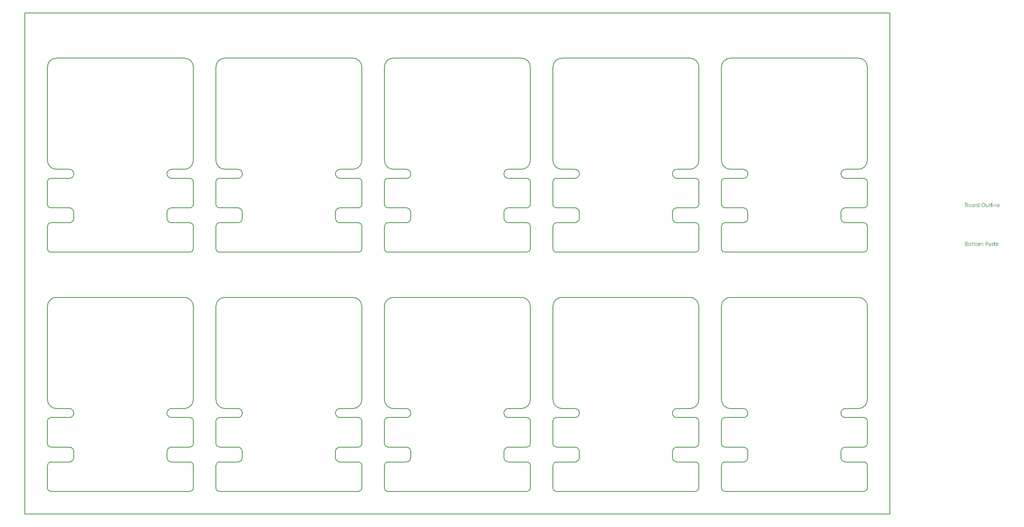
<source format=gbp>
G04*
G04 #@! TF.GenerationSoftware,Altium Limited,Altium Designer,21.6.1 (37)*
G04*
G04 Layer_Color=128*
%FSAX25Y25*%
%MOIN*%
G70*
G04*
G04 #@! TF.SameCoordinates,92E81899-9559-4C3A-BF10-9AA04FA96A9E*
G04*
G04*
G04 #@! TF.FilePolarity,Positive*
G04*
G01*
G75*
%ADD41C,0.00787*%
G36*
X0824898Y0251948D02*
X0824923D01*
X0824979Y0251924D01*
X0825010Y0251905D01*
X0825040Y0251880D01*
X0825047Y0251874D01*
X0825053Y0251868D01*
X0825084Y0251831D01*
X0825109Y0251769D01*
X0825115Y0251732D01*
X0825121Y0251695D01*
Y0251689D01*
Y0251676D01*
X0825115Y0251658D01*
X0825109Y0251633D01*
X0825090Y0251571D01*
X0825065Y0251540D01*
X0825040Y0251509D01*
X0825034D01*
X0825028Y0251497D01*
X0824991Y0251472D01*
X0824935Y0251447D01*
X0824898Y0251441D01*
X0824861Y0251435D01*
X0824842D01*
X0824824Y0251441D01*
X0824799D01*
X0824737Y0251466D01*
X0824706Y0251478D01*
X0824675Y0251503D01*
Y0251509D01*
X0824663Y0251515D01*
X0824650Y0251534D01*
X0824638Y0251552D01*
X0824613Y0251614D01*
X0824607Y0251651D01*
X0824601Y0251695D01*
Y0251701D01*
Y0251713D01*
X0824607Y0251732D01*
X0824613Y0251763D01*
X0824632Y0251818D01*
X0824650Y0251850D01*
X0824675Y0251880D01*
X0824681Y0251887D01*
X0824688Y0251893D01*
X0824725Y0251918D01*
X0824787Y0251942D01*
X0824824Y0251955D01*
X0824879D01*
X0824898Y0251948D01*
D02*
G37*
G36*
X0812908Y0248284D02*
X0812506D01*
Y0248705D01*
X0812493D01*
Y0248699D01*
X0812481Y0248686D01*
X0812462Y0248662D01*
X0812444Y0248631D01*
X0812413Y0248594D01*
X0812376Y0248556D01*
X0812332Y0248513D01*
X0812283Y0248470D01*
X0812227Y0248420D01*
X0812159Y0248377D01*
X0812091Y0248340D01*
X0812010Y0248303D01*
X0811930Y0248272D01*
X0811837Y0248247D01*
X0811738Y0248235D01*
X0811633Y0248228D01*
X0811590D01*
X0811552Y0248235D01*
X0811515Y0248241D01*
X0811466Y0248247D01*
X0811360Y0248272D01*
X0811237Y0248309D01*
X0811113Y0248371D01*
X0811045Y0248408D01*
X0810989Y0248451D01*
X0810927Y0248507D01*
X0810872Y0248563D01*
Y0248569D01*
X0810859Y0248581D01*
X0810847Y0248600D01*
X0810828Y0248624D01*
X0810810Y0248656D01*
X0810785Y0248699D01*
X0810760Y0248748D01*
X0810735Y0248804D01*
X0810704Y0248866D01*
X0810680Y0248934D01*
X0810655Y0249008D01*
X0810636Y0249089D01*
X0810618Y0249175D01*
X0810605Y0249274D01*
X0810599Y0249374D01*
X0810593Y0249479D01*
Y0249485D01*
Y0249503D01*
Y0249541D01*
X0810599Y0249584D01*
X0810605Y0249634D01*
X0810612Y0249695D01*
X0810618Y0249763D01*
X0810630Y0249838D01*
X0810667Y0249999D01*
X0810723Y0250166D01*
X0810760Y0250246D01*
X0810803Y0250327D01*
X0810847Y0250401D01*
X0810903Y0250475D01*
X0810909Y0250482D01*
X0810915Y0250494D01*
X0810933Y0250512D01*
X0810958Y0250537D01*
X0810989Y0250562D01*
X0811032Y0250593D01*
X0811076Y0250630D01*
X0811125Y0250667D01*
X0811249Y0250735D01*
X0811392Y0250797D01*
X0811472Y0250816D01*
X0811559Y0250834D01*
X0811645Y0250847D01*
X0811744Y0250853D01*
X0811794D01*
X0811831Y0250847D01*
X0811868Y0250840D01*
X0811918Y0250834D01*
X0812029Y0250803D01*
X0812153Y0250754D01*
X0812215Y0250723D01*
X0812277Y0250680D01*
X0812339Y0250636D01*
X0812394Y0250581D01*
X0812444Y0250519D01*
X0812493Y0250444D01*
X0812506D01*
Y0252004D01*
X0812908D01*
Y0248284D01*
D02*
G37*
G36*
X0827176Y0250847D02*
X0827250Y0250840D01*
X0827343Y0250822D01*
X0827442Y0250791D01*
X0827547Y0250742D01*
X0827653Y0250673D01*
X0827696Y0250636D01*
X0827739Y0250587D01*
X0827752Y0250574D01*
X0827776Y0250537D01*
X0827807Y0250475D01*
X0827851Y0250389D01*
X0827888Y0250283D01*
X0827925Y0250153D01*
X0827950Y0249999D01*
X0827956Y0249819D01*
Y0248284D01*
X0827554D01*
Y0249714D01*
Y0249720D01*
Y0249751D01*
X0827547Y0249788D01*
Y0249838D01*
X0827535Y0249900D01*
X0827523Y0249968D01*
X0827504Y0250042D01*
X0827479Y0250116D01*
X0827448Y0250191D01*
X0827411Y0250259D01*
X0827362Y0250327D01*
X0827306Y0250389D01*
X0827244Y0250438D01*
X0827164Y0250475D01*
X0827077Y0250506D01*
X0826972Y0250512D01*
X0826959D01*
X0826922Y0250506D01*
X0826867Y0250500D01*
X0826798Y0250482D01*
X0826718Y0250457D01*
X0826631Y0250413D01*
X0826551Y0250358D01*
X0826470Y0250283D01*
X0826464Y0250271D01*
X0826439Y0250246D01*
X0826408Y0250197D01*
X0826371Y0250129D01*
X0826334Y0250048D01*
X0826303Y0249949D01*
X0826278Y0249838D01*
X0826272Y0249714D01*
Y0248284D01*
X0825870D01*
Y0250797D01*
X0826272D01*
Y0250376D01*
X0826285D01*
X0826291Y0250382D01*
X0826297Y0250395D01*
X0826316Y0250420D01*
X0826340Y0250451D01*
X0826365Y0250488D01*
X0826402Y0250525D01*
X0826446Y0250568D01*
X0826495Y0250618D01*
X0826551Y0250661D01*
X0826613Y0250704D01*
X0826681Y0250742D01*
X0826755Y0250779D01*
X0826829Y0250810D01*
X0826916Y0250834D01*
X0827009Y0250847D01*
X0827108Y0250853D01*
X0827145D01*
X0827176Y0250847D01*
D02*
G37*
G36*
X0810178Y0250834D02*
X0810252Y0250828D01*
X0810296Y0250816D01*
X0810327Y0250803D01*
Y0250389D01*
X0810321Y0250395D01*
X0810308Y0250401D01*
X0810283Y0250413D01*
X0810252Y0250432D01*
X0810209Y0250444D01*
X0810153Y0250457D01*
X0810092Y0250463D01*
X0810023Y0250469D01*
X0810011D01*
X0809980Y0250463D01*
X0809931Y0250457D01*
X0809875Y0250438D01*
X0809801Y0250407D01*
X0809733Y0250364D01*
X0809658Y0250302D01*
X0809590Y0250221D01*
X0809584Y0250209D01*
X0809565Y0250178D01*
X0809534Y0250122D01*
X0809503Y0250048D01*
X0809473Y0249955D01*
X0809442Y0249838D01*
X0809423Y0249708D01*
X0809417Y0249559D01*
Y0248284D01*
X0809015D01*
Y0250797D01*
X0809417D01*
Y0250277D01*
X0809429D01*
Y0250283D01*
X0809435Y0250290D01*
X0809448Y0250321D01*
X0809466Y0250370D01*
X0809497Y0250432D01*
X0809528Y0250494D01*
X0809578Y0250562D01*
X0809627Y0250630D01*
X0809689Y0250692D01*
X0809695Y0250698D01*
X0809720Y0250717D01*
X0809757Y0250742D01*
X0809807Y0250766D01*
X0809863Y0250791D01*
X0809931Y0250816D01*
X0810005Y0250834D01*
X0810085Y0250840D01*
X0810141D01*
X0810178Y0250834D01*
D02*
G37*
G36*
X0820918Y0248284D02*
X0820516D01*
Y0248680D01*
X0820503D01*
Y0248674D01*
X0820491Y0248662D01*
X0820478Y0248637D01*
X0820454Y0248612D01*
X0820398Y0248538D01*
X0820311Y0248457D01*
X0820262Y0248414D01*
X0820206Y0248371D01*
X0820144Y0248334D01*
X0820070Y0248296D01*
X0819996Y0248272D01*
X0819915Y0248247D01*
X0819822Y0248235D01*
X0819729Y0248228D01*
X0819692D01*
X0819649Y0248235D01*
X0819587Y0248247D01*
X0819519Y0248259D01*
X0819445Y0248284D01*
X0819364Y0248315D01*
X0819284Y0248364D01*
X0819197Y0248420D01*
X0819117Y0248488D01*
X0819042Y0248575D01*
X0818974Y0248680D01*
X0818912Y0248798D01*
X0818869Y0248940D01*
X0818844Y0249107D01*
X0818832Y0249194D01*
Y0249293D01*
Y0250797D01*
X0819228D01*
Y0249355D01*
Y0249349D01*
Y0249324D01*
X0819234Y0249281D01*
X0819240Y0249231D01*
X0819247Y0249169D01*
X0819259Y0249107D01*
X0819277Y0249033D01*
X0819302Y0248959D01*
X0819339Y0248885D01*
X0819377Y0248816D01*
X0819426Y0248748D01*
X0819488Y0248686D01*
X0819556Y0248637D01*
X0819637Y0248600D01*
X0819736Y0248569D01*
X0819841Y0248563D01*
X0819853D01*
X0819890Y0248569D01*
X0819946Y0248575D01*
X0820008Y0248587D01*
X0820088Y0248618D01*
X0820169Y0248656D01*
X0820249Y0248705D01*
X0820324Y0248779D01*
X0820330Y0248792D01*
X0820355Y0248816D01*
X0820385Y0248866D01*
X0820423Y0248934D01*
X0820454Y0249014D01*
X0820485Y0249113D01*
X0820509Y0249225D01*
X0820516Y0249349D01*
Y0250797D01*
X0820918D01*
Y0248284D01*
D02*
G37*
G36*
X0825053D02*
X0824650D01*
Y0250797D01*
X0825053D01*
Y0248284D01*
D02*
G37*
G36*
X0823833D02*
X0823431D01*
Y0252004D01*
X0823833D01*
Y0248284D01*
D02*
G37*
G36*
X0807455Y0250847D02*
X0807510Y0250840D01*
X0807578Y0250822D01*
X0807653Y0250803D01*
X0807733Y0250772D01*
X0807820Y0250735D01*
X0807900Y0250686D01*
X0807981Y0250624D01*
X0808055Y0250550D01*
X0808123Y0250457D01*
X0808179Y0250352D01*
X0808222Y0250228D01*
X0808247Y0250085D01*
X0808259Y0249918D01*
Y0248284D01*
X0807857D01*
Y0248674D01*
X0807845D01*
Y0248668D01*
X0807832Y0248656D01*
X0807820Y0248631D01*
X0807795Y0248606D01*
X0807733Y0248532D01*
X0807653Y0248451D01*
X0807541Y0248371D01*
X0807411Y0248296D01*
X0807331Y0248272D01*
X0807250Y0248247D01*
X0807164Y0248235D01*
X0807071Y0248228D01*
X0807034D01*
X0807009Y0248235D01*
X0806941Y0248241D01*
X0806860Y0248253D01*
X0806761Y0248278D01*
X0806668Y0248309D01*
X0806569Y0248358D01*
X0806483Y0248420D01*
X0806477Y0248433D01*
X0806452Y0248457D01*
X0806415Y0248501D01*
X0806378Y0248563D01*
X0806340Y0248637D01*
X0806303Y0248724D01*
X0806279Y0248829D01*
X0806272Y0248946D01*
Y0248953D01*
Y0248977D01*
X0806279Y0249014D01*
X0806285Y0249058D01*
X0806297Y0249113D01*
X0806316Y0249175D01*
X0806340Y0249243D01*
X0806378Y0249312D01*
X0806421Y0249386D01*
X0806477Y0249460D01*
X0806545Y0249528D01*
X0806625Y0249590D01*
X0806718Y0249652D01*
X0806829Y0249702D01*
X0806953Y0249739D01*
X0807102Y0249770D01*
X0807857Y0249875D01*
Y0249881D01*
Y0249900D01*
X0807851Y0249937D01*
Y0249974D01*
X0807838Y0250023D01*
X0807832Y0250079D01*
X0807795Y0250197D01*
X0807764Y0250253D01*
X0807733Y0250308D01*
X0807690Y0250364D01*
X0807640Y0250413D01*
X0807578Y0250457D01*
X0807510Y0250488D01*
X0807430Y0250506D01*
X0807337Y0250512D01*
X0807294D01*
X0807263Y0250506D01*
X0807219D01*
X0807176Y0250494D01*
X0807065Y0250475D01*
X0806941Y0250438D01*
X0806805Y0250382D01*
X0806730Y0250345D01*
X0806662Y0250308D01*
X0806588Y0250259D01*
X0806520Y0250203D01*
Y0250618D01*
X0806526D01*
X0806538Y0250630D01*
X0806557Y0250642D01*
X0806588Y0250655D01*
X0806619Y0250673D01*
X0806662Y0250692D01*
X0806712Y0250711D01*
X0806767Y0250735D01*
X0806891Y0250779D01*
X0807040Y0250816D01*
X0807201Y0250840D01*
X0807374Y0250853D01*
X0807411D01*
X0807455Y0250847D01*
D02*
G37*
G36*
X0801766Y0251794D02*
X0801809D01*
X0801853Y0251788D01*
X0801952Y0251775D01*
X0802069Y0251744D01*
X0802193Y0251707D01*
X0802311Y0251651D01*
X0802416Y0251577D01*
X0802422D01*
X0802428Y0251565D01*
X0802459Y0251540D01*
X0802503Y0251490D01*
X0802552Y0251422D01*
X0802596Y0251336D01*
X0802639Y0251237D01*
X0802670Y0251125D01*
X0802682Y0251063D01*
Y0250995D01*
Y0250989D01*
Y0250983D01*
Y0250946D01*
X0802676Y0250890D01*
X0802664Y0250822D01*
X0802645Y0250735D01*
X0802614Y0250649D01*
X0802577Y0250562D01*
X0802521Y0250475D01*
X0802515Y0250463D01*
X0802490Y0250438D01*
X0802453Y0250401D01*
X0802404Y0250352D01*
X0802342Y0250302D01*
X0802267Y0250246D01*
X0802175Y0250203D01*
X0802075Y0250160D01*
Y0250153D01*
X0802094D01*
X0802113Y0250147D01*
X0802131Y0250141D01*
X0802199Y0250129D01*
X0802280Y0250104D01*
X0802366Y0250067D01*
X0802459Y0250023D01*
X0802552Y0249961D01*
X0802639Y0249881D01*
X0802651Y0249869D01*
X0802676Y0249838D01*
X0802707Y0249794D01*
X0802750Y0249726D01*
X0802787Y0249640D01*
X0802824Y0249541D01*
X0802849Y0249423D01*
X0802855Y0249293D01*
Y0249287D01*
Y0249274D01*
Y0249250D01*
X0802849Y0249219D01*
X0802843Y0249182D01*
X0802837Y0249138D01*
X0802812Y0249033D01*
X0802775Y0248915D01*
X0802719Y0248792D01*
X0802682Y0248736D01*
X0802639Y0248674D01*
X0802583Y0248618D01*
X0802527Y0248563D01*
X0802521D01*
X0802515Y0248550D01*
X0802496Y0248538D01*
X0802472Y0248519D01*
X0802441Y0248501D01*
X0802397Y0248476D01*
X0802305Y0248426D01*
X0802187Y0248371D01*
X0802051Y0248327D01*
X0801890Y0248296D01*
X0801809Y0248290D01*
X0801717Y0248284D01*
X0800689D01*
Y0251800D01*
X0801735D01*
X0801766Y0251794D01*
D02*
G37*
G36*
X0822261Y0250797D02*
X0822899D01*
Y0250451D01*
X0822261D01*
Y0249033D01*
Y0249021D01*
Y0248990D01*
X0822267Y0248946D01*
X0822274Y0248891D01*
X0822298Y0248773D01*
X0822317Y0248717D01*
X0822348Y0248674D01*
X0822354Y0248668D01*
X0822366Y0248656D01*
X0822385Y0248643D01*
X0822416Y0248624D01*
X0822453Y0248600D01*
X0822503Y0248587D01*
X0822564Y0248575D01*
X0822633Y0248569D01*
X0822657D01*
X0822688Y0248575D01*
X0822725Y0248581D01*
X0822812Y0248606D01*
X0822855Y0248624D01*
X0822899Y0248649D01*
Y0248303D01*
X0822892D01*
X0822874Y0248290D01*
X0822843Y0248284D01*
X0822800Y0248272D01*
X0822744Y0248259D01*
X0822682Y0248247D01*
X0822608Y0248241D01*
X0822521Y0248235D01*
X0822490D01*
X0822459Y0248241D01*
X0822416Y0248247D01*
X0822366Y0248259D01*
X0822311Y0248272D01*
X0822255Y0248296D01*
X0822193Y0248327D01*
X0822131Y0248364D01*
X0822069Y0248414D01*
X0822013Y0248470D01*
X0821964Y0248544D01*
X0821921Y0248624D01*
X0821890Y0248724D01*
X0821865Y0248835D01*
X0821859Y0248965D01*
Y0250451D01*
X0821432D01*
Y0250797D01*
X0821859D01*
Y0251410D01*
X0822261Y0251540D01*
Y0250797D01*
D02*
G37*
G36*
X0829788Y0250847D02*
X0829832Y0250840D01*
X0829875Y0250834D01*
X0829986Y0250816D01*
X0830110Y0250772D01*
X0830234Y0250717D01*
X0830296Y0250680D01*
X0830358Y0250636D01*
X0830413Y0250587D01*
X0830469Y0250531D01*
X0830475Y0250525D01*
X0830481Y0250519D01*
X0830494Y0250500D01*
X0830512Y0250475D01*
X0830531Y0250438D01*
X0830556Y0250401D01*
X0830581Y0250358D01*
X0830605Y0250302D01*
X0830630Y0250240D01*
X0830655Y0250178D01*
X0830680Y0250104D01*
X0830698Y0250023D01*
X0830717Y0249937D01*
X0830729Y0249850D01*
X0830741Y0249751D01*
Y0249646D01*
Y0249435D01*
X0828965D01*
Y0249429D01*
Y0249417D01*
Y0249398D01*
X0828971Y0249367D01*
X0828977Y0249330D01*
Y0249293D01*
X0828996Y0249194D01*
X0829027Y0249095D01*
X0829064Y0248984D01*
X0829120Y0248878D01*
X0829188Y0248785D01*
X0829200Y0248773D01*
X0829225Y0248748D01*
X0829274Y0248717D01*
X0829342Y0248674D01*
X0829429Y0248631D01*
X0829528Y0248600D01*
X0829646Y0248575D01*
X0829782Y0248563D01*
X0829825D01*
X0829856Y0248569D01*
X0829893D01*
X0829937Y0248575D01*
X0830042Y0248600D01*
X0830159Y0248631D01*
X0830289Y0248680D01*
X0830426Y0248748D01*
X0830494Y0248792D01*
X0830562Y0248841D01*
Y0248464D01*
X0830556D01*
X0830550Y0248451D01*
X0830531Y0248445D01*
X0830500Y0248426D01*
X0830469Y0248408D01*
X0830432Y0248389D01*
X0830382Y0248371D01*
X0830333Y0248346D01*
X0830271Y0248321D01*
X0830203Y0248303D01*
X0830054Y0248266D01*
X0829881Y0248241D01*
X0829689Y0248228D01*
X0829640D01*
X0829602Y0248235D01*
X0829559Y0248241D01*
X0829503Y0248247D01*
X0829386Y0248272D01*
X0829250Y0248309D01*
X0829113Y0248371D01*
X0829045Y0248414D01*
X0828977Y0248457D01*
X0828915Y0248507D01*
X0828854Y0248569D01*
X0828847Y0248575D01*
X0828841Y0248587D01*
X0828829Y0248606D01*
X0828804Y0248631D01*
X0828785Y0248668D01*
X0828761Y0248711D01*
X0828730Y0248761D01*
X0828705Y0248816D01*
X0828674Y0248878D01*
X0828649Y0248953D01*
X0828618Y0249033D01*
X0828600Y0249120D01*
X0828581Y0249213D01*
X0828563Y0249312D01*
X0828556Y0249417D01*
X0828550Y0249528D01*
Y0249534D01*
Y0249553D01*
Y0249584D01*
X0828556Y0249627D01*
X0828563Y0249677D01*
X0828569Y0249732D01*
X0828575Y0249801D01*
X0828594Y0249869D01*
X0828631Y0250017D01*
X0828686Y0250178D01*
X0828724Y0250259D01*
X0828773Y0250333D01*
X0828823Y0250413D01*
X0828878Y0250482D01*
X0828884Y0250488D01*
X0828897Y0250500D01*
X0828915Y0250519D01*
X0828940Y0250537D01*
X0828971Y0250568D01*
X0829008Y0250599D01*
X0829058Y0250630D01*
X0829107Y0250667D01*
X0829225Y0250735D01*
X0829367Y0250797D01*
X0829448Y0250816D01*
X0829528Y0250834D01*
X0829615Y0250847D01*
X0829708Y0250853D01*
X0829757D01*
X0829788Y0250847D01*
D02*
G37*
G36*
X0816746Y0251856D02*
X0816808Y0251850D01*
X0816882Y0251837D01*
X0816963Y0251818D01*
X0817049Y0251800D01*
X0817136Y0251775D01*
X0817235Y0251744D01*
X0817328Y0251701D01*
X0817427Y0251651D01*
X0817526Y0251596D01*
X0817619Y0251528D01*
X0817712Y0251453D01*
X0817798Y0251367D01*
X0817804Y0251361D01*
X0817817Y0251342D01*
X0817841Y0251317D01*
X0817866Y0251280D01*
X0817903Y0251231D01*
X0817941Y0251169D01*
X0817978Y0251100D01*
X0818021Y0251026D01*
X0818064Y0250933D01*
X0818101Y0250840D01*
X0818139Y0250735D01*
X0818176Y0250618D01*
X0818200Y0250500D01*
X0818225Y0250370D01*
X0818238Y0250228D01*
X0818244Y0250085D01*
Y0250073D01*
Y0250048D01*
Y0250005D01*
X0818238Y0249943D01*
X0818231Y0249869D01*
X0818219Y0249788D01*
X0818207Y0249695D01*
X0818188Y0249590D01*
X0818163Y0249485D01*
X0818132Y0249374D01*
X0818095Y0249262D01*
X0818052Y0249151D01*
X0817996Y0249033D01*
X0817934Y0248928D01*
X0817866Y0248823D01*
X0817786Y0248724D01*
X0817780Y0248717D01*
X0817767Y0248705D01*
X0817736Y0248680D01*
X0817705Y0248649D01*
X0817656Y0248606D01*
X0817600Y0248569D01*
X0817538Y0248519D01*
X0817464Y0248476D01*
X0817383Y0248433D01*
X0817290Y0248383D01*
X0817192Y0248346D01*
X0817080Y0248309D01*
X0816963Y0248272D01*
X0816839Y0248247D01*
X0816709Y0248235D01*
X0816566Y0248228D01*
X0816535D01*
X0816492Y0248235D01*
X0816442D01*
X0816381Y0248241D01*
X0816306Y0248253D01*
X0816226Y0248272D01*
X0816133Y0248290D01*
X0816040Y0248315D01*
X0815941Y0248346D01*
X0815842Y0248389D01*
X0815743Y0248433D01*
X0815644Y0248488D01*
X0815545Y0248556D01*
X0815452Y0248631D01*
X0815365Y0248717D01*
X0815359Y0248724D01*
X0815347Y0248742D01*
X0815322Y0248767D01*
X0815297Y0248804D01*
X0815260Y0248853D01*
X0815223Y0248915D01*
X0815186Y0248984D01*
X0815143Y0249064D01*
X0815099Y0249151D01*
X0815062Y0249243D01*
X0815025Y0249349D01*
X0814988Y0249466D01*
X0814963Y0249584D01*
X0814938Y0249714D01*
X0814926Y0249856D01*
X0814920Y0249999D01*
Y0250011D01*
Y0250036D01*
X0814926Y0250079D01*
Y0250141D01*
X0814932Y0250209D01*
X0814944Y0250296D01*
X0814957Y0250389D01*
X0814975Y0250488D01*
X0815000Y0250593D01*
X0815031Y0250704D01*
X0815068Y0250816D01*
X0815112Y0250927D01*
X0815167Y0251039D01*
X0815229Y0251150D01*
X0815297Y0251255D01*
X0815378Y0251354D01*
X0815384Y0251361D01*
X0815396Y0251379D01*
X0815427Y0251404D01*
X0815464Y0251435D01*
X0815508Y0251472D01*
X0815563Y0251515D01*
X0815632Y0251559D01*
X0815706Y0251608D01*
X0815793Y0251658D01*
X0815885Y0251701D01*
X0815985Y0251744D01*
X0816096Y0251781D01*
X0816220Y0251812D01*
X0816350Y0251843D01*
X0816486Y0251856D01*
X0816628Y0251862D01*
X0816696D01*
X0816746Y0251856D01*
D02*
G37*
G36*
X0804719Y0250847D02*
X0804762Y0250840D01*
X0804818Y0250834D01*
X0804941Y0250810D01*
X0805084Y0250766D01*
X0805226Y0250704D01*
X0805301Y0250667D01*
X0805369Y0250624D01*
X0805437Y0250568D01*
X0805499Y0250506D01*
X0805505Y0250500D01*
X0805511Y0250488D01*
X0805529Y0250469D01*
X0805548Y0250444D01*
X0805573Y0250407D01*
X0805598Y0250364D01*
X0805629Y0250314D01*
X0805659Y0250259D01*
X0805684Y0250191D01*
X0805715Y0250122D01*
X0805740Y0250042D01*
X0805765Y0249955D01*
X0805783Y0249863D01*
X0805802Y0249763D01*
X0805808Y0249658D01*
X0805814Y0249547D01*
Y0249541D01*
Y0249522D01*
Y0249491D01*
X0805808Y0249448D01*
X0805802Y0249398D01*
X0805796Y0249336D01*
X0805783Y0249274D01*
X0805771Y0249200D01*
X0805734Y0249052D01*
X0805672Y0248891D01*
X0805635Y0248810D01*
X0805585Y0248730D01*
X0805536Y0248656D01*
X0805474Y0248587D01*
X0805468Y0248581D01*
X0805455Y0248575D01*
X0805437Y0248556D01*
X0805412Y0248532D01*
X0805375Y0248507D01*
X0805338Y0248476D01*
X0805288Y0248439D01*
X0805232Y0248408D01*
X0805171Y0248377D01*
X0805102Y0248340D01*
X0805028Y0248309D01*
X0804948Y0248284D01*
X0804861Y0248259D01*
X0804768Y0248247D01*
X0804669Y0248235D01*
X0804564Y0248228D01*
X0804508D01*
X0804471Y0248235D01*
X0804428Y0248241D01*
X0804372Y0248247D01*
X0804310Y0248259D01*
X0804242Y0248272D01*
X0804100Y0248315D01*
X0803951Y0248377D01*
X0803877Y0248414D01*
X0803809Y0248464D01*
X0803741Y0248513D01*
X0803673Y0248575D01*
X0803666Y0248581D01*
X0803660Y0248594D01*
X0803642Y0248612D01*
X0803623Y0248637D01*
X0803598Y0248674D01*
X0803567Y0248717D01*
X0803536Y0248767D01*
X0803512Y0248823D01*
X0803481Y0248891D01*
X0803450Y0248959D01*
X0803419Y0249033D01*
X0803394Y0249120D01*
X0803357Y0249305D01*
X0803351Y0249404D01*
X0803345Y0249510D01*
Y0249516D01*
Y0249541D01*
Y0249572D01*
X0803351Y0249615D01*
X0803357Y0249664D01*
X0803363Y0249726D01*
X0803375Y0249794D01*
X0803388Y0249869D01*
X0803425Y0250030D01*
X0803487Y0250191D01*
X0803530Y0250271D01*
X0803574Y0250352D01*
X0803623Y0250426D01*
X0803685Y0250494D01*
X0803691Y0250500D01*
X0803703Y0250512D01*
X0803722Y0250525D01*
X0803747Y0250550D01*
X0803784Y0250574D01*
X0803827Y0250605D01*
X0803877Y0250642D01*
X0803932Y0250673D01*
X0803994Y0250704D01*
X0804069Y0250742D01*
X0804143Y0250772D01*
X0804230Y0250797D01*
X0804316Y0250822D01*
X0804415Y0250840D01*
X0804521Y0250847D01*
X0804626Y0250853D01*
X0804681D01*
X0804719Y0250847D01*
D02*
G37*
G36*
X0824818Y0216988D02*
X0824898Y0216982D01*
X0824985Y0216970D01*
X0825084Y0216945D01*
X0825183Y0216920D01*
X0825282Y0216883D01*
Y0216475D01*
X0825269Y0216481D01*
X0825232Y0216506D01*
X0825177Y0216530D01*
X0825102Y0216567D01*
X0825010Y0216599D01*
X0824898Y0216629D01*
X0824774Y0216648D01*
X0824644Y0216654D01*
X0824576D01*
X0824514Y0216642D01*
X0824440Y0216629D01*
X0824434D01*
X0824428Y0216623D01*
X0824391Y0216611D01*
X0824341Y0216586D01*
X0824285Y0216555D01*
X0824273Y0216549D01*
X0824248Y0216524D01*
X0824217Y0216487D01*
X0824186Y0216444D01*
X0824180Y0216431D01*
X0824168Y0216400D01*
X0824155Y0216357D01*
X0824149Y0216301D01*
Y0216295D01*
Y0216283D01*
Y0216264D01*
X0824155Y0216246D01*
X0824168Y0216190D01*
X0824186Y0216134D01*
X0824192Y0216122D01*
X0824211Y0216097D01*
X0824248Y0216060D01*
X0824291Y0216017D01*
X0824298D01*
X0824304Y0216010D01*
X0824341Y0215986D01*
X0824391Y0215955D01*
X0824459Y0215924D01*
X0824465D01*
X0824477Y0215918D01*
X0824496Y0215911D01*
X0824527Y0215899D01*
X0824595Y0215874D01*
X0824681Y0215837D01*
X0824688D01*
X0824712Y0215825D01*
X0824743Y0215812D01*
X0824780Y0215800D01*
X0824879Y0215757D01*
X0824979Y0215707D01*
X0824985D01*
X0825003Y0215695D01*
X0825028Y0215682D01*
X0825059Y0215664D01*
X0825133Y0215614D01*
X0825208Y0215552D01*
X0825214Y0215546D01*
X0825226Y0215540D01*
X0825239Y0215521D01*
X0825263Y0215497D01*
X0825307Y0215435D01*
X0825350Y0215354D01*
Y0215348D01*
X0825356Y0215336D01*
X0825368Y0215311D01*
X0825375Y0215280D01*
X0825387Y0215243D01*
X0825393Y0215199D01*
X0825399Y0215094D01*
Y0215088D01*
Y0215063D01*
X0825393Y0215026D01*
X0825387Y0214983D01*
X0825381Y0214933D01*
X0825362Y0214878D01*
X0825344Y0214828D01*
X0825313Y0214772D01*
X0825307Y0214766D01*
X0825300Y0214748D01*
X0825282Y0214723D01*
X0825257Y0214692D01*
X0825226Y0214655D01*
X0825189Y0214618D01*
X0825096Y0214543D01*
X0825090Y0214537D01*
X0825071Y0214531D01*
X0825047Y0214512D01*
X0825003Y0214494D01*
X0824960Y0214469D01*
X0824904Y0214451D01*
X0824848Y0214432D01*
X0824780Y0214413D01*
X0824774D01*
X0824749Y0214407D01*
X0824712Y0214401D01*
X0824669Y0214395D01*
X0824607Y0214383D01*
X0824545Y0214376D01*
X0824403Y0214370D01*
X0824341D01*
X0824267Y0214376D01*
X0824174Y0214389D01*
X0824069Y0214407D01*
X0823957Y0214432D01*
X0823846Y0214463D01*
X0823734Y0214512D01*
Y0214946D01*
X0823740D01*
X0823747Y0214933D01*
X0823765Y0214921D01*
X0823790Y0214909D01*
X0823858Y0214872D01*
X0823951Y0214828D01*
X0824056Y0214779D01*
X0824180Y0214741D01*
X0824316Y0214717D01*
X0824459Y0214704D01*
X0824508D01*
X0824539Y0214710D01*
X0824626Y0214723D01*
X0824725Y0214748D01*
X0824818Y0214791D01*
X0824861Y0214822D01*
X0824904Y0214853D01*
X0824935Y0214896D01*
X0824960Y0214940D01*
X0824979Y0214995D01*
X0824985Y0215057D01*
Y0215063D01*
Y0215076D01*
Y0215094D01*
X0824979Y0215113D01*
X0824966Y0215169D01*
X0824941Y0215224D01*
Y0215230D01*
X0824935Y0215237D01*
X0824910Y0215268D01*
X0824873Y0215311D01*
X0824818Y0215348D01*
X0824811D01*
X0824805Y0215360D01*
X0824768Y0215379D01*
X0824712Y0215416D01*
X0824638Y0215447D01*
X0824632D01*
X0824619Y0215453D01*
X0824601Y0215466D01*
X0824570Y0215478D01*
X0824502Y0215503D01*
X0824415Y0215540D01*
X0824409D01*
X0824384Y0215552D01*
X0824353Y0215565D01*
X0824316Y0215577D01*
X0824217Y0215620D01*
X0824118Y0215670D01*
X0824112Y0215676D01*
X0824100Y0215682D01*
X0824075Y0215695D01*
X0824044Y0215713D01*
X0823976Y0215763D01*
X0823908Y0215819D01*
X0823901Y0215825D01*
X0823895Y0215831D01*
X0823877Y0215849D01*
X0823858Y0215874D01*
X0823815Y0215936D01*
X0823778Y0216010D01*
Y0216017D01*
X0823771Y0216029D01*
X0823765Y0216054D01*
X0823759Y0216085D01*
X0823753Y0216122D01*
X0823747Y0216165D01*
X0823740Y0216270D01*
Y0216277D01*
Y0216301D01*
X0823747Y0216332D01*
X0823753Y0216376D01*
X0823759Y0216425D01*
X0823778Y0216475D01*
X0823796Y0216530D01*
X0823821Y0216580D01*
X0823827Y0216586D01*
X0823833Y0216605D01*
X0823852Y0216629D01*
X0823877Y0216660D01*
X0823945Y0216735D01*
X0824032Y0216809D01*
X0824038Y0216815D01*
X0824056Y0216821D01*
X0824081Y0216840D01*
X0824124Y0216858D01*
X0824168Y0216883D01*
X0824217Y0216908D01*
X0824341Y0216945D01*
X0824347D01*
X0824372Y0216951D01*
X0824403Y0216964D01*
X0824452Y0216970D01*
X0824502Y0216982D01*
X0824564Y0216988D01*
X0824700Y0216995D01*
X0824756D01*
X0824818Y0216988D01*
D02*
G37*
G36*
X0815625D02*
X0815681Y0216976D01*
X0815743Y0216964D01*
X0815811Y0216939D01*
X0815892Y0216908D01*
X0815966Y0216865D01*
X0816046Y0216815D01*
X0816121Y0216747D01*
X0816189Y0216660D01*
X0816251Y0216561D01*
X0816306Y0216450D01*
X0816343Y0216307D01*
X0816374Y0216153D01*
X0816381Y0215973D01*
Y0214426D01*
X0815978D01*
Y0215868D01*
Y0215874D01*
Y0215887D01*
Y0215905D01*
Y0215936D01*
X0815972Y0216010D01*
X0815960Y0216097D01*
X0815947Y0216196D01*
X0815923Y0216295D01*
X0815892Y0216388D01*
X0815848Y0216469D01*
X0815842Y0216475D01*
X0815823Y0216499D01*
X0815793Y0216530D01*
X0815743Y0216561D01*
X0815687Y0216599D01*
X0815613Y0216623D01*
X0815520Y0216648D01*
X0815415Y0216654D01*
X0815403D01*
X0815372Y0216648D01*
X0815322Y0216642D01*
X0815260Y0216623D01*
X0815192Y0216599D01*
X0815118Y0216555D01*
X0815044Y0216499D01*
X0814975Y0216419D01*
X0814969Y0216407D01*
X0814951Y0216376D01*
X0814920Y0216326D01*
X0814889Y0216258D01*
X0814852Y0216178D01*
X0814827Y0216085D01*
X0814802Y0215973D01*
X0814796Y0215856D01*
Y0214426D01*
X0814394D01*
Y0215918D01*
Y0215924D01*
Y0215949D01*
X0814387Y0215986D01*
Y0216035D01*
X0814375Y0216091D01*
X0814363Y0216153D01*
X0814344Y0216215D01*
X0814326Y0216289D01*
X0814295Y0216357D01*
X0814257Y0216419D01*
X0814208Y0216481D01*
X0814152Y0216537D01*
X0814090Y0216586D01*
X0814010Y0216623D01*
X0813923Y0216648D01*
X0813824Y0216654D01*
X0813812D01*
X0813781Y0216648D01*
X0813731Y0216642D01*
X0813669Y0216629D01*
X0813601Y0216599D01*
X0813527Y0216561D01*
X0813453Y0216506D01*
X0813385Y0216431D01*
X0813379Y0216419D01*
X0813360Y0216394D01*
X0813329Y0216345D01*
X0813298Y0216277D01*
X0813267Y0216196D01*
X0813236Y0216097D01*
X0813218Y0215986D01*
X0813211Y0215856D01*
Y0214426D01*
X0812809D01*
Y0216939D01*
X0813211D01*
Y0216537D01*
X0813224D01*
X0813230Y0216543D01*
X0813236Y0216555D01*
X0813255Y0216580D01*
X0813273Y0216611D01*
X0813335Y0216679D01*
X0813422Y0216766D01*
X0813533Y0216852D01*
X0813663Y0216920D01*
X0813744Y0216951D01*
X0813824Y0216976D01*
X0813911Y0216988D01*
X0814004Y0216995D01*
X0814047D01*
X0814097Y0216988D01*
X0814158Y0216976D01*
X0814227Y0216957D01*
X0814301Y0216933D01*
X0814375Y0216902D01*
X0814449Y0216852D01*
X0814456Y0216846D01*
X0814480Y0216828D01*
X0814511Y0216796D01*
X0814555Y0216753D01*
X0814598Y0216698D01*
X0814641Y0216636D01*
X0814685Y0216561D01*
X0814715Y0216475D01*
X0814722Y0216481D01*
X0814728Y0216499D01*
X0814746Y0216524D01*
X0814765Y0216555D01*
X0814796Y0216599D01*
X0814833Y0216642D01*
X0814876Y0216685D01*
X0814926Y0216735D01*
X0814982Y0216784D01*
X0815044Y0216828D01*
X0815112Y0216877D01*
X0815186Y0216914D01*
X0815266Y0216945D01*
X0815353Y0216970D01*
X0815452Y0216988D01*
X0815551Y0216995D01*
X0815588D01*
X0815625Y0216988D01*
D02*
G37*
G36*
X0822323D02*
X0822379Y0216982D01*
X0822447Y0216964D01*
X0822521Y0216945D01*
X0822602Y0216914D01*
X0822688Y0216877D01*
X0822769Y0216828D01*
X0822849Y0216766D01*
X0822923Y0216691D01*
X0822991Y0216599D01*
X0823047Y0216493D01*
X0823091Y0216369D01*
X0823115Y0216227D01*
X0823128Y0216060D01*
Y0214426D01*
X0822725D01*
Y0214816D01*
X0822713D01*
Y0214810D01*
X0822701Y0214797D01*
X0822688Y0214772D01*
X0822663Y0214748D01*
X0822602Y0214673D01*
X0822521Y0214593D01*
X0822410Y0214512D01*
X0822280Y0214438D01*
X0822199Y0214413D01*
X0822119Y0214389D01*
X0822032Y0214376D01*
X0821939Y0214370D01*
X0821902D01*
X0821877Y0214376D01*
X0821809Y0214383D01*
X0821729Y0214395D01*
X0821630Y0214420D01*
X0821537Y0214451D01*
X0821438Y0214500D01*
X0821351Y0214562D01*
X0821345Y0214574D01*
X0821320Y0214599D01*
X0821283Y0214642D01*
X0821246Y0214704D01*
X0821209Y0214779D01*
X0821172Y0214865D01*
X0821147Y0214970D01*
X0821141Y0215088D01*
Y0215094D01*
Y0215119D01*
X0821147Y0215156D01*
X0821153Y0215199D01*
X0821165Y0215255D01*
X0821184Y0215317D01*
X0821209Y0215385D01*
X0821246Y0215453D01*
X0821289Y0215528D01*
X0821345Y0215602D01*
X0821413Y0215670D01*
X0821494Y0215732D01*
X0821586Y0215794D01*
X0821698Y0215843D01*
X0821822Y0215880D01*
X0821970Y0215911D01*
X0822725Y0216017D01*
Y0216023D01*
Y0216041D01*
X0822719Y0216078D01*
Y0216116D01*
X0822707Y0216165D01*
X0822701Y0216221D01*
X0822663Y0216338D01*
X0822633Y0216394D01*
X0822602Y0216450D01*
X0822558Y0216506D01*
X0822509Y0216555D01*
X0822447Y0216599D01*
X0822379Y0216629D01*
X0822298Y0216648D01*
X0822205Y0216654D01*
X0822162D01*
X0822131Y0216648D01*
X0822088D01*
X0822044Y0216636D01*
X0821933Y0216617D01*
X0821809Y0216580D01*
X0821673Y0216524D01*
X0821599Y0216487D01*
X0821531Y0216450D01*
X0821456Y0216400D01*
X0821388Y0216345D01*
Y0216759D01*
X0821395D01*
X0821407Y0216772D01*
X0821426Y0216784D01*
X0821456Y0216796D01*
X0821487Y0216815D01*
X0821531Y0216834D01*
X0821580Y0216852D01*
X0821636Y0216877D01*
X0821760Y0216920D01*
X0821908Y0216957D01*
X0822069Y0216982D01*
X0822243Y0216995D01*
X0822280D01*
X0822323Y0216988D01*
D02*
G37*
G36*
X0819624Y0217935D02*
X0819674D01*
X0819723Y0217929D01*
X0819853Y0217905D01*
X0819989Y0217874D01*
X0820138Y0217824D01*
X0820280Y0217756D01*
X0820342Y0217713D01*
X0820404Y0217663D01*
X0820410D01*
X0820417Y0217651D01*
X0820435Y0217632D01*
X0820454Y0217614D01*
X0820503Y0217552D01*
X0820565Y0217465D01*
X0820621Y0217354D01*
X0820670Y0217224D01*
X0820707Y0217069D01*
X0820714Y0216982D01*
X0820720Y0216889D01*
Y0216883D01*
Y0216865D01*
Y0216840D01*
X0820714Y0216809D01*
X0820707Y0216766D01*
X0820701Y0216716D01*
X0820677Y0216599D01*
X0820633Y0216469D01*
X0820571Y0216332D01*
X0820534Y0216264D01*
X0820491Y0216196D01*
X0820435Y0216128D01*
X0820373Y0216066D01*
X0820367Y0216060D01*
X0820355Y0216054D01*
X0820336Y0216035D01*
X0820311Y0216017D01*
X0820274Y0215992D01*
X0820231Y0215967D01*
X0820181Y0215936D01*
X0820126Y0215911D01*
X0820064Y0215880D01*
X0819996Y0215849D01*
X0819915Y0215825D01*
X0819835Y0215800D01*
X0819649Y0215763D01*
X0819550Y0215757D01*
X0819445Y0215750D01*
X0818980D01*
Y0214426D01*
X0818566D01*
Y0217942D01*
X0819587D01*
X0819624Y0217935D01*
D02*
G37*
G36*
X0801766D02*
X0801809D01*
X0801853Y0217929D01*
X0801952Y0217917D01*
X0802069Y0217886D01*
X0802193Y0217849D01*
X0802311Y0217793D01*
X0802416Y0217719D01*
X0802422D01*
X0802428Y0217706D01*
X0802459Y0217682D01*
X0802503Y0217632D01*
X0802552Y0217564D01*
X0802596Y0217477D01*
X0802639Y0217378D01*
X0802670Y0217267D01*
X0802682Y0217205D01*
Y0217137D01*
Y0217131D01*
Y0217125D01*
Y0217088D01*
X0802676Y0217032D01*
X0802664Y0216964D01*
X0802645Y0216877D01*
X0802614Y0216790D01*
X0802577Y0216704D01*
X0802521Y0216617D01*
X0802515Y0216605D01*
X0802490Y0216580D01*
X0802453Y0216543D01*
X0802404Y0216493D01*
X0802342Y0216444D01*
X0802267Y0216388D01*
X0802175Y0216345D01*
X0802075Y0216301D01*
Y0216295D01*
X0802094D01*
X0802113Y0216289D01*
X0802131Y0216283D01*
X0802199Y0216270D01*
X0802280Y0216246D01*
X0802366Y0216209D01*
X0802459Y0216165D01*
X0802552Y0216103D01*
X0802639Y0216023D01*
X0802651Y0216010D01*
X0802676Y0215980D01*
X0802707Y0215936D01*
X0802750Y0215868D01*
X0802787Y0215781D01*
X0802824Y0215682D01*
X0802849Y0215565D01*
X0802855Y0215435D01*
Y0215429D01*
Y0215416D01*
Y0215391D01*
X0802849Y0215360D01*
X0802843Y0215323D01*
X0802837Y0215280D01*
X0802812Y0215175D01*
X0802775Y0215057D01*
X0802719Y0214933D01*
X0802682Y0214878D01*
X0802639Y0214816D01*
X0802583Y0214760D01*
X0802527Y0214704D01*
X0802521D01*
X0802515Y0214692D01*
X0802496Y0214680D01*
X0802472Y0214661D01*
X0802441Y0214642D01*
X0802397Y0214618D01*
X0802305Y0214568D01*
X0802187Y0214512D01*
X0802051Y0214469D01*
X0801890Y0214438D01*
X0801809Y0214432D01*
X0801717Y0214426D01*
X0800689D01*
Y0217942D01*
X0801735D01*
X0801766Y0217935D01*
D02*
G37*
G36*
X0826551Y0216939D02*
X0827188D01*
Y0216592D01*
X0826551D01*
Y0215175D01*
Y0215162D01*
Y0215131D01*
X0826557Y0215088D01*
X0826563Y0215032D01*
X0826588Y0214915D01*
X0826606Y0214859D01*
X0826637Y0214816D01*
X0826644Y0214810D01*
X0826656Y0214797D01*
X0826675Y0214785D01*
X0826705Y0214766D01*
X0826743Y0214741D01*
X0826792Y0214729D01*
X0826854Y0214717D01*
X0826922Y0214710D01*
X0826947D01*
X0826978Y0214717D01*
X0827015Y0214723D01*
X0827102Y0214748D01*
X0827145Y0214766D01*
X0827188Y0214791D01*
Y0214444D01*
X0827182D01*
X0827164Y0214432D01*
X0827133Y0214426D01*
X0827089Y0214413D01*
X0827034Y0214401D01*
X0826972Y0214389D01*
X0826897Y0214383D01*
X0826811Y0214376D01*
X0826780D01*
X0826749Y0214383D01*
X0826705Y0214389D01*
X0826656Y0214401D01*
X0826600Y0214413D01*
X0826545Y0214438D01*
X0826483Y0214469D01*
X0826421Y0214506D01*
X0826359Y0214556D01*
X0826303Y0214612D01*
X0826254Y0214686D01*
X0826210Y0214766D01*
X0826179Y0214865D01*
X0826155Y0214977D01*
X0826148Y0215107D01*
Y0216592D01*
X0825721D01*
Y0216939D01*
X0826148D01*
Y0217552D01*
X0826551Y0217682D01*
Y0216939D01*
D02*
G37*
G36*
X0808693D02*
X0809330D01*
Y0216592D01*
X0808693D01*
Y0215175D01*
Y0215162D01*
Y0215131D01*
X0808699Y0215088D01*
X0808705Y0215032D01*
X0808730Y0214915D01*
X0808748Y0214859D01*
X0808779Y0214816D01*
X0808786Y0214810D01*
X0808798Y0214797D01*
X0808816Y0214785D01*
X0808847Y0214766D01*
X0808885Y0214741D01*
X0808934Y0214729D01*
X0808996Y0214717D01*
X0809064Y0214710D01*
X0809089D01*
X0809120Y0214717D01*
X0809157Y0214723D01*
X0809243Y0214748D01*
X0809287Y0214766D01*
X0809330Y0214791D01*
Y0214444D01*
X0809324D01*
X0809305Y0214432D01*
X0809274Y0214426D01*
X0809231Y0214413D01*
X0809175Y0214401D01*
X0809114Y0214389D01*
X0809039Y0214383D01*
X0808953Y0214376D01*
X0808922D01*
X0808891Y0214383D01*
X0808847Y0214389D01*
X0808798Y0214401D01*
X0808742Y0214413D01*
X0808686Y0214438D01*
X0808624Y0214469D01*
X0808563Y0214506D01*
X0808501Y0214556D01*
X0808445Y0214612D01*
X0808395Y0214686D01*
X0808352Y0214766D01*
X0808321Y0214865D01*
X0808296Y0214977D01*
X0808290Y0215107D01*
Y0216592D01*
X0807863D01*
Y0216939D01*
X0808290D01*
Y0217552D01*
X0808693Y0217682D01*
Y0216939D01*
D02*
G37*
G36*
X0806990D02*
X0807628D01*
Y0216592D01*
X0806990D01*
Y0215175D01*
Y0215162D01*
Y0215131D01*
X0806997Y0215088D01*
X0807003Y0215032D01*
X0807028Y0214915D01*
X0807046Y0214859D01*
X0807077Y0214816D01*
X0807083Y0214810D01*
X0807096Y0214797D01*
X0807114Y0214785D01*
X0807145Y0214766D01*
X0807182Y0214741D01*
X0807232Y0214729D01*
X0807294Y0214717D01*
X0807362Y0214710D01*
X0807386D01*
X0807417Y0214717D01*
X0807455Y0214723D01*
X0807541Y0214748D01*
X0807585Y0214766D01*
X0807628Y0214791D01*
Y0214444D01*
X0807622D01*
X0807603Y0214432D01*
X0807572Y0214426D01*
X0807529Y0214413D01*
X0807473Y0214401D01*
X0807411Y0214389D01*
X0807337Y0214383D01*
X0807250Y0214376D01*
X0807219D01*
X0807189Y0214383D01*
X0807145Y0214389D01*
X0807096Y0214401D01*
X0807040Y0214413D01*
X0806984Y0214438D01*
X0806922Y0214469D01*
X0806860Y0214506D01*
X0806798Y0214556D01*
X0806743Y0214612D01*
X0806693Y0214686D01*
X0806650Y0214766D01*
X0806619Y0214865D01*
X0806594Y0214977D01*
X0806588Y0215107D01*
Y0216592D01*
X0806161D01*
Y0216939D01*
X0806588D01*
Y0217552D01*
X0806990Y0217682D01*
Y0216939D01*
D02*
G37*
G36*
X0828792Y0216988D02*
X0828835Y0216982D01*
X0828878Y0216976D01*
X0828990Y0216957D01*
X0829113Y0216914D01*
X0829237Y0216858D01*
X0829299Y0216821D01*
X0829361Y0216778D01*
X0829417Y0216728D01*
X0829473Y0216673D01*
X0829479Y0216667D01*
X0829485Y0216660D01*
X0829497Y0216642D01*
X0829516Y0216617D01*
X0829534Y0216580D01*
X0829559Y0216543D01*
X0829584Y0216499D01*
X0829609Y0216444D01*
X0829633Y0216382D01*
X0829658Y0216320D01*
X0829683Y0216246D01*
X0829702Y0216165D01*
X0829720Y0216078D01*
X0829732Y0215992D01*
X0829745Y0215893D01*
Y0215788D01*
Y0215577D01*
X0827968D01*
Y0215571D01*
Y0215559D01*
Y0215540D01*
X0827975Y0215509D01*
X0827981Y0215472D01*
Y0215435D01*
X0827999Y0215336D01*
X0828030Y0215237D01*
X0828067Y0215125D01*
X0828123Y0215020D01*
X0828191Y0214927D01*
X0828203Y0214915D01*
X0828228Y0214890D01*
X0828278Y0214859D01*
X0828346Y0214816D01*
X0828432Y0214772D01*
X0828532Y0214741D01*
X0828649Y0214717D01*
X0828785Y0214704D01*
X0828829D01*
X0828860Y0214710D01*
X0828897D01*
X0828940Y0214717D01*
X0829045Y0214741D01*
X0829163Y0214772D01*
X0829293Y0214822D01*
X0829429Y0214890D01*
X0829497Y0214933D01*
X0829565Y0214983D01*
Y0214605D01*
X0829559D01*
X0829553Y0214593D01*
X0829534Y0214587D01*
X0829503Y0214568D01*
X0829473Y0214550D01*
X0829435Y0214531D01*
X0829386Y0214512D01*
X0829336Y0214488D01*
X0829274Y0214463D01*
X0829206Y0214444D01*
X0829058Y0214407D01*
X0828884Y0214383D01*
X0828693Y0214370D01*
X0828643D01*
X0828606Y0214376D01*
X0828563Y0214383D01*
X0828507Y0214389D01*
X0828389Y0214413D01*
X0828253Y0214451D01*
X0828117Y0214512D01*
X0828049Y0214556D01*
X0827981Y0214599D01*
X0827919Y0214649D01*
X0827857Y0214710D01*
X0827851Y0214717D01*
X0827845Y0214729D01*
X0827832Y0214748D01*
X0827807Y0214772D01*
X0827789Y0214810D01*
X0827764Y0214853D01*
X0827733Y0214902D01*
X0827708Y0214958D01*
X0827677Y0215020D01*
X0827653Y0215094D01*
X0827622Y0215175D01*
X0827603Y0215261D01*
X0827584Y0215354D01*
X0827566Y0215453D01*
X0827560Y0215559D01*
X0827554Y0215670D01*
Y0215676D01*
Y0215695D01*
Y0215726D01*
X0827560Y0215769D01*
X0827566Y0215819D01*
X0827572Y0215874D01*
X0827578Y0215942D01*
X0827597Y0216010D01*
X0827634Y0216159D01*
X0827690Y0216320D01*
X0827727Y0216400D01*
X0827776Y0216475D01*
X0827826Y0216555D01*
X0827882Y0216623D01*
X0827888Y0216629D01*
X0827900Y0216642D01*
X0827919Y0216660D01*
X0827944Y0216679D01*
X0827975Y0216710D01*
X0828012Y0216741D01*
X0828061Y0216772D01*
X0828111Y0216809D01*
X0828228Y0216877D01*
X0828371Y0216939D01*
X0828451Y0216957D01*
X0828532Y0216976D01*
X0828618Y0216988D01*
X0828711Y0216995D01*
X0828761D01*
X0828792Y0216988D01*
D02*
G37*
G36*
X0811070D02*
X0811113Y0216982D01*
X0811169Y0216976D01*
X0811292Y0216951D01*
X0811435Y0216908D01*
X0811577Y0216846D01*
X0811652Y0216809D01*
X0811720Y0216766D01*
X0811788Y0216710D01*
X0811849Y0216648D01*
X0811856Y0216642D01*
X0811862Y0216629D01*
X0811880Y0216611D01*
X0811899Y0216586D01*
X0811924Y0216549D01*
X0811949Y0216506D01*
X0811979Y0216456D01*
X0812010Y0216400D01*
X0812035Y0216332D01*
X0812066Y0216264D01*
X0812091Y0216184D01*
X0812116Y0216097D01*
X0812134Y0216004D01*
X0812153Y0215905D01*
X0812159Y0215800D01*
X0812165Y0215688D01*
Y0215682D01*
Y0215664D01*
Y0215633D01*
X0812159Y0215589D01*
X0812153Y0215540D01*
X0812147Y0215478D01*
X0812134Y0215416D01*
X0812122Y0215342D01*
X0812085Y0215193D01*
X0812023Y0215032D01*
X0811986Y0214952D01*
X0811936Y0214872D01*
X0811887Y0214797D01*
X0811825Y0214729D01*
X0811819Y0214723D01*
X0811806Y0214717D01*
X0811788Y0214698D01*
X0811763Y0214673D01*
X0811726Y0214649D01*
X0811689Y0214618D01*
X0811639Y0214580D01*
X0811583Y0214550D01*
X0811522Y0214519D01*
X0811453Y0214481D01*
X0811379Y0214451D01*
X0811299Y0214426D01*
X0811212Y0214401D01*
X0811119Y0214389D01*
X0811020Y0214376D01*
X0810915Y0214370D01*
X0810859D01*
X0810822Y0214376D01*
X0810779Y0214383D01*
X0810723Y0214389D01*
X0810661Y0214401D01*
X0810593Y0214413D01*
X0810451Y0214457D01*
X0810302Y0214519D01*
X0810228Y0214556D01*
X0810160Y0214605D01*
X0810092Y0214655D01*
X0810023Y0214717D01*
X0810017Y0214723D01*
X0810011Y0214735D01*
X0809993Y0214754D01*
X0809974Y0214779D01*
X0809949Y0214816D01*
X0809918Y0214859D01*
X0809887Y0214909D01*
X0809863Y0214964D01*
X0809832Y0215032D01*
X0809801Y0215101D01*
X0809770Y0215175D01*
X0809745Y0215261D01*
X0809708Y0215447D01*
X0809702Y0215546D01*
X0809695Y0215651D01*
Y0215658D01*
Y0215682D01*
Y0215713D01*
X0809702Y0215757D01*
X0809708Y0215806D01*
X0809714Y0215868D01*
X0809726Y0215936D01*
X0809739Y0216010D01*
X0809776Y0216171D01*
X0809838Y0216332D01*
X0809881Y0216413D01*
X0809924Y0216493D01*
X0809974Y0216567D01*
X0810036Y0216636D01*
X0810042Y0216642D01*
X0810054Y0216654D01*
X0810073Y0216667D01*
X0810098Y0216691D01*
X0810135Y0216716D01*
X0810178Y0216747D01*
X0810228Y0216784D01*
X0810283Y0216815D01*
X0810345Y0216846D01*
X0810420Y0216883D01*
X0810494Y0216914D01*
X0810581Y0216939D01*
X0810667Y0216964D01*
X0810766Y0216982D01*
X0810872Y0216988D01*
X0810977Y0216995D01*
X0811032D01*
X0811070Y0216988D01*
D02*
G37*
G36*
X0804719D02*
X0804762Y0216982D01*
X0804818Y0216976D01*
X0804941Y0216951D01*
X0805084Y0216908D01*
X0805226Y0216846D01*
X0805301Y0216809D01*
X0805369Y0216766D01*
X0805437Y0216710D01*
X0805499Y0216648D01*
X0805505Y0216642D01*
X0805511Y0216629D01*
X0805529Y0216611D01*
X0805548Y0216586D01*
X0805573Y0216549D01*
X0805598Y0216506D01*
X0805629Y0216456D01*
X0805659Y0216400D01*
X0805684Y0216332D01*
X0805715Y0216264D01*
X0805740Y0216184D01*
X0805765Y0216097D01*
X0805783Y0216004D01*
X0805802Y0215905D01*
X0805808Y0215800D01*
X0805814Y0215688D01*
Y0215682D01*
Y0215664D01*
Y0215633D01*
X0805808Y0215589D01*
X0805802Y0215540D01*
X0805796Y0215478D01*
X0805783Y0215416D01*
X0805771Y0215342D01*
X0805734Y0215193D01*
X0805672Y0215032D01*
X0805635Y0214952D01*
X0805585Y0214872D01*
X0805536Y0214797D01*
X0805474Y0214729D01*
X0805468Y0214723D01*
X0805455Y0214717D01*
X0805437Y0214698D01*
X0805412Y0214673D01*
X0805375Y0214649D01*
X0805338Y0214618D01*
X0805288Y0214580D01*
X0805232Y0214550D01*
X0805171Y0214519D01*
X0805102Y0214481D01*
X0805028Y0214451D01*
X0804948Y0214426D01*
X0804861Y0214401D01*
X0804768Y0214389D01*
X0804669Y0214376D01*
X0804564Y0214370D01*
X0804508D01*
X0804471Y0214376D01*
X0804428Y0214383D01*
X0804372Y0214389D01*
X0804310Y0214401D01*
X0804242Y0214413D01*
X0804100Y0214457D01*
X0803951Y0214519D01*
X0803877Y0214556D01*
X0803809Y0214605D01*
X0803741Y0214655D01*
X0803673Y0214717D01*
X0803666Y0214723D01*
X0803660Y0214735D01*
X0803642Y0214754D01*
X0803623Y0214779D01*
X0803598Y0214816D01*
X0803567Y0214859D01*
X0803536Y0214909D01*
X0803512Y0214964D01*
X0803481Y0215032D01*
X0803450Y0215101D01*
X0803419Y0215175D01*
X0803394Y0215261D01*
X0803357Y0215447D01*
X0803351Y0215546D01*
X0803345Y0215651D01*
Y0215658D01*
Y0215682D01*
Y0215713D01*
X0803351Y0215757D01*
X0803357Y0215806D01*
X0803363Y0215868D01*
X0803375Y0215936D01*
X0803388Y0216010D01*
X0803425Y0216171D01*
X0803487Y0216332D01*
X0803530Y0216413D01*
X0803574Y0216493D01*
X0803623Y0216567D01*
X0803685Y0216636D01*
X0803691Y0216642D01*
X0803703Y0216654D01*
X0803722Y0216667D01*
X0803747Y0216691D01*
X0803784Y0216716D01*
X0803827Y0216747D01*
X0803877Y0216784D01*
X0803932Y0216815D01*
X0803994Y0216846D01*
X0804069Y0216883D01*
X0804143Y0216914D01*
X0804230Y0216939D01*
X0804316Y0216964D01*
X0804415Y0216982D01*
X0804521Y0216988D01*
X0804626Y0216995D01*
X0804681D01*
X0804719Y0216988D01*
D02*
G37*
%LPC*%
G36*
X0811794Y0250512D02*
X0811757D01*
X0811732Y0250506D01*
X0811664Y0250500D01*
X0811583Y0250482D01*
X0811491Y0250444D01*
X0811392Y0250395D01*
X0811299Y0250333D01*
X0811255Y0250290D01*
X0811212Y0250240D01*
X0811206Y0250228D01*
X0811181Y0250191D01*
X0811144Y0250129D01*
X0811107Y0250048D01*
X0811070Y0249943D01*
X0811032Y0249813D01*
X0811008Y0249664D01*
X0811001Y0249497D01*
Y0249491D01*
Y0249479D01*
Y0249454D01*
X0811008Y0249423D01*
Y0249392D01*
X0811014Y0249349D01*
X0811026Y0249250D01*
X0811051Y0249138D01*
X0811088Y0249027D01*
X0811138Y0248915D01*
X0811206Y0248810D01*
X0811218Y0248798D01*
X0811243Y0248773D01*
X0811286Y0248730D01*
X0811348Y0248686D01*
X0811429Y0248643D01*
X0811522Y0248600D01*
X0811627Y0248575D01*
X0811751Y0248563D01*
X0811781D01*
X0811806Y0248569D01*
X0811868Y0248575D01*
X0811942Y0248594D01*
X0812029Y0248624D01*
X0812122Y0248662D01*
X0812209Y0248724D01*
X0812295Y0248804D01*
X0812301Y0248816D01*
X0812326Y0248847D01*
X0812363Y0248903D01*
X0812400Y0248971D01*
X0812438Y0249058D01*
X0812475Y0249163D01*
X0812500Y0249287D01*
X0812506Y0249417D01*
Y0249788D01*
Y0249794D01*
Y0249801D01*
Y0249838D01*
X0812493Y0249893D01*
X0812481Y0249968D01*
X0812456Y0250048D01*
X0812419Y0250135D01*
X0812370Y0250221D01*
X0812301Y0250302D01*
X0812295Y0250308D01*
X0812264Y0250333D01*
X0812221Y0250370D01*
X0812165Y0250407D01*
X0812091Y0250444D01*
X0812004Y0250482D01*
X0811905Y0250506D01*
X0811794Y0250512D01*
D02*
G37*
G36*
X0807857Y0249553D02*
X0807250Y0249466D01*
X0807238D01*
X0807207Y0249460D01*
X0807158Y0249448D01*
X0807096Y0249435D01*
X0807028Y0249417D01*
X0806953Y0249392D01*
X0806891Y0249367D01*
X0806829Y0249330D01*
X0806823Y0249324D01*
X0806805Y0249312D01*
X0806786Y0249287D01*
X0806761Y0249250D01*
X0806730Y0249200D01*
X0806712Y0249138D01*
X0806693Y0249064D01*
X0806687Y0248977D01*
Y0248971D01*
Y0248946D01*
X0806693Y0248915D01*
X0806706Y0248872D01*
X0806718Y0248823D01*
X0806743Y0248773D01*
X0806774Y0248724D01*
X0806817Y0248674D01*
X0806823Y0248668D01*
X0806842Y0248656D01*
X0806873Y0248637D01*
X0806910Y0248618D01*
X0806959Y0248600D01*
X0807021Y0248581D01*
X0807089Y0248569D01*
X0807170Y0248563D01*
X0807182D01*
X0807219Y0248569D01*
X0807275Y0248575D01*
X0807343Y0248587D01*
X0807417Y0248612D01*
X0807504Y0248649D01*
X0807585Y0248705D01*
X0807659Y0248773D01*
X0807665Y0248785D01*
X0807690Y0248810D01*
X0807721Y0248853D01*
X0807758Y0248915D01*
X0807795Y0248996D01*
X0807826Y0249083D01*
X0807851Y0249188D01*
X0807857Y0249299D01*
Y0249553D01*
D02*
G37*
G36*
X0801574Y0251429D02*
X0801104D01*
Y0250290D01*
X0801580D01*
X0801642Y0250296D01*
X0801717Y0250308D01*
X0801803Y0250327D01*
X0801896Y0250358D01*
X0801976Y0250395D01*
X0802057Y0250451D01*
X0802063Y0250457D01*
X0802088Y0250482D01*
X0802119Y0250519D01*
X0802156Y0250574D01*
X0802187Y0250636D01*
X0802218Y0250717D01*
X0802243Y0250810D01*
X0802249Y0250915D01*
Y0250921D01*
Y0250940D01*
X0802243Y0250964D01*
X0802236Y0250995D01*
X0802212Y0251076D01*
X0802193Y0251125D01*
X0802162Y0251175D01*
X0802131Y0251218D01*
X0802082Y0251268D01*
X0802032Y0251311D01*
X0801964Y0251348D01*
X0801890Y0251379D01*
X0801797Y0251404D01*
X0801692Y0251422D01*
X0801574Y0251429D01*
D02*
G37*
G36*
Y0249918D02*
X0801104D01*
Y0248656D01*
X0801723D01*
X0801785Y0248662D01*
X0801871Y0248674D01*
X0801958Y0248699D01*
X0802051Y0248724D01*
X0802144Y0248767D01*
X0802224Y0248823D01*
X0802230Y0248829D01*
X0802255Y0248853D01*
X0802286Y0248891D01*
X0802323Y0248946D01*
X0802360Y0249014D01*
X0802391Y0249095D01*
X0802416Y0249194D01*
X0802422Y0249299D01*
Y0249305D01*
Y0249324D01*
X0802416Y0249355D01*
X0802410Y0249398D01*
X0802397Y0249442D01*
X0802379Y0249497D01*
X0802354Y0249553D01*
X0802317Y0249609D01*
X0802274Y0249664D01*
X0802218Y0249720D01*
X0802150Y0249776D01*
X0802063Y0249819D01*
X0801970Y0249863D01*
X0801853Y0249893D01*
X0801723Y0249912D01*
X0801574Y0249918D01*
D02*
G37*
G36*
X0829702Y0250512D02*
X0829652D01*
X0829602Y0250500D01*
X0829534Y0250488D01*
X0829460Y0250463D01*
X0829373Y0250426D01*
X0829293Y0250376D01*
X0829212Y0250308D01*
X0829206Y0250302D01*
X0829181Y0250271D01*
X0829151Y0250228D01*
X0829107Y0250166D01*
X0829064Y0250092D01*
X0829027Y0249999D01*
X0828996Y0249893D01*
X0828971Y0249776D01*
X0830327D01*
Y0249782D01*
Y0249794D01*
Y0249807D01*
Y0249832D01*
X0830320Y0249900D01*
X0830308Y0249974D01*
X0830283Y0250067D01*
X0830259Y0250153D01*
X0830215Y0250240D01*
X0830159Y0250321D01*
X0830153Y0250327D01*
X0830129Y0250352D01*
X0830091Y0250382D01*
X0830042Y0250420D01*
X0829974Y0250451D01*
X0829893Y0250482D01*
X0829807Y0250506D01*
X0829702Y0250512D01*
D02*
G37*
G36*
X0816597Y0251484D02*
X0816542D01*
X0816504Y0251478D01*
X0816455Y0251472D01*
X0816405Y0251466D01*
X0816343Y0251453D01*
X0816275Y0251435D01*
X0816133Y0251385D01*
X0816059Y0251354D01*
X0815978Y0251317D01*
X0815904Y0251268D01*
X0815830Y0251212D01*
X0815762Y0251150D01*
X0815693Y0251082D01*
X0815687Y0251076D01*
X0815681Y0251063D01*
X0815663Y0251039D01*
X0815638Y0251008D01*
X0815613Y0250971D01*
X0815588Y0250921D01*
X0815557Y0250865D01*
X0815526Y0250803D01*
X0815489Y0250729D01*
X0815458Y0250655D01*
X0815434Y0250568D01*
X0815409Y0250475D01*
X0815384Y0250376D01*
X0815365Y0250265D01*
X0815359Y0250153D01*
X0815353Y0250036D01*
Y0250030D01*
Y0250005D01*
Y0249974D01*
X0815359Y0249931D01*
X0815365Y0249875D01*
X0815372Y0249807D01*
X0815384Y0249739D01*
X0815396Y0249664D01*
X0815434Y0249497D01*
X0815495Y0249318D01*
X0815533Y0249231D01*
X0815576Y0249151D01*
X0815632Y0249064D01*
X0815687Y0248990D01*
X0815693Y0248984D01*
X0815706Y0248971D01*
X0815724Y0248953D01*
X0815749Y0248928D01*
X0815780Y0248897D01*
X0815823Y0248866D01*
X0815873Y0248829D01*
X0815923Y0248792D01*
X0815985Y0248755D01*
X0816053Y0248717D01*
X0816201Y0248656D01*
X0816288Y0248631D01*
X0816374Y0248612D01*
X0816467Y0248600D01*
X0816566Y0248594D01*
X0816622D01*
X0816665Y0248600D01*
X0816709Y0248606D01*
X0816771Y0248612D01*
X0816833Y0248624D01*
X0816901Y0248643D01*
X0817043Y0248686D01*
X0817123Y0248717D01*
X0817198Y0248755D01*
X0817272Y0248798D01*
X0817346Y0248847D01*
X0817414Y0248903D01*
X0817482Y0248971D01*
X0817489Y0248977D01*
X0817495Y0248990D01*
X0817513Y0249008D01*
X0817532Y0249039D01*
X0817563Y0249083D01*
X0817588Y0249126D01*
X0817619Y0249182D01*
X0817650Y0249243D01*
X0817680Y0249318D01*
X0817712Y0249398D01*
X0817742Y0249485D01*
X0817767Y0249578D01*
X0817786Y0249677D01*
X0817804Y0249788D01*
X0817811Y0249906D01*
X0817817Y0250030D01*
Y0250036D01*
Y0250061D01*
Y0250098D01*
X0817811Y0250141D01*
X0817804Y0250203D01*
X0817798Y0250271D01*
X0817792Y0250345D01*
X0817773Y0250426D01*
X0817736Y0250593D01*
X0817680Y0250772D01*
X0817643Y0250859D01*
X0817600Y0250946D01*
X0817544Y0251026D01*
X0817489Y0251100D01*
X0817482Y0251107D01*
X0817476Y0251119D01*
X0817458Y0251138D01*
X0817427Y0251162D01*
X0817396Y0251187D01*
X0817359Y0251224D01*
X0817309Y0251255D01*
X0817260Y0251292D01*
X0817198Y0251329D01*
X0817130Y0251361D01*
X0817055Y0251398D01*
X0816975Y0251422D01*
X0816888Y0251447D01*
X0816801Y0251466D01*
X0816702Y0251478D01*
X0816597Y0251484D01*
D02*
G37*
G36*
X0804595Y0250512D02*
X0804558D01*
X0804533Y0250506D01*
X0804459Y0250500D01*
X0804372Y0250482D01*
X0804273Y0250451D01*
X0804168Y0250401D01*
X0804069Y0250333D01*
X0804019Y0250296D01*
X0803976Y0250246D01*
X0803963Y0250234D01*
X0803939Y0250197D01*
X0803908Y0250141D01*
X0803864Y0250061D01*
X0803821Y0249955D01*
X0803790Y0249832D01*
X0803765Y0249689D01*
X0803753Y0249522D01*
Y0249516D01*
Y0249503D01*
Y0249479D01*
X0803759Y0249448D01*
Y0249411D01*
X0803765Y0249367D01*
X0803784Y0249268D01*
X0803809Y0249157D01*
X0803852Y0249039D01*
X0803908Y0248922D01*
X0803982Y0248816D01*
X0803994Y0248804D01*
X0804025Y0248779D01*
X0804075Y0248736D01*
X0804143Y0248693D01*
X0804230Y0248643D01*
X0804335Y0248600D01*
X0804459Y0248575D01*
X0804595Y0248563D01*
X0804632D01*
X0804657Y0248569D01*
X0804731Y0248575D01*
X0804818Y0248594D01*
X0804910Y0248624D01*
X0805016Y0248668D01*
X0805109Y0248730D01*
X0805195Y0248810D01*
X0805202Y0248823D01*
X0805226Y0248860D01*
X0805263Y0248915D01*
X0805301Y0248996D01*
X0805338Y0249101D01*
X0805375Y0249225D01*
X0805400Y0249367D01*
X0805406Y0249534D01*
Y0249541D01*
Y0249553D01*
Y0249578D01*
Y0249615D01*
X0805400Y0249652D01*
X0805393Y0249695D01*
X0805381Y0249801D01*
X0805356Y0249918D01*
X0805319Y0250036D01*
X0805263Y0250153D01*
X0805195Y0250259D01*
X0805183Y0250271D01*
X0805158Y0250296D01*
X0805109Y0250339D01*
X0805040Y0250389D01*
X0804954Y0250432D01*
X0804855Y0250475D01*
X0804731Y0250500D01*
X0804595Y0250512D01*
D02*
G37*
G36*
X0822725Y0215695D02*
X0822119Y0215608D01*
X0822106D01*
X0822075Y0215602D01*
X0822026Y0215589D01*
X0821964Y0215577D01*
X0821896Y0215559D01*
X0821822Y0215534D01*
X0821760Y0215509D01*
X0821698Y0215472D01*
X0821692Y0215466D01*
X0821673Y0215453D01*
X0821655Y0215429D01*
X0821630Y0215391D01*
X0821599Y0215342D01*
X0821580Y0215280D01*
X0821562Y0215206D01*
X0821556Y0215119D01*
Y0215113D01*
Y0215088D01*
X0821562Y0215057D01*
X0821574Y0215014D01*
X0821586Y0214964D01*
X0821611Y0214915D01*
X0821642Y0214865D01*
X0821685Y0214816D01*
X0821692Y0214810D01*
X0821710Y0214797D01*
X0821741Y0214779D01*
X0821778Y0214760D01*
X0821828Y0214741D01*
X0821890Y0214723D01*
X0821958Y0214710D01*
X0822038Y0214704D01*
X0822051D01*
X0822088Y0214710D01*
X0822143Y0214717D01*
X0822212Y0214729D01*
X0822286Y0214754D01*
X0822373Y0214791D01*
X0822453Y0214847D01*
X0822527Y0214915D01*
X0822534Y0214927D01*
X0822558Y0214952D01*
X0822589Y0214995D01*
X0822626Y0215057D01*
X0822663Y0215138D01*
X0822694Y0215224D01*
X0822719Y0215330D01*
X0822725Y0215441D01*
Y0215695D01*
D02*
G37*
G36*
X0819463Y0217570D02*
X0818980D01*
Y0216128D01*
X0819451D01*
X0819476Y0216134D01*
X0819513D01*
X0819556Y0216140D01*
X0819649Y0216153D01*
X0819754Y0216178D01*
X0819859Y0216209D01*
X0819965Y0216258D01*
X0820057Y0216320D01*
X0820070Y0216332D01*
X0820095Y0216357D01*
X0820132Y0216400D01*
X0820175Y0216462D01*
X0820212Y0216543D01*
X0820249Y0216636D01*
X0820274Y0216747D01*
X0820286Y0216871D01*
Y0216877D01*
Y0216902D01*
X0820280Y0216933D01*
X0820274Y0216982D01*
X0820262Y0217032D01*
X0820243Y0217094D01*
X0820218Y0217156D01*
X0820181Y0217224D01*
X0820138Y0217286D01*
X0820088Y0217348D01*
X0820020Y0217409D01*
X0819940Y0217459D01*
X0819847Y0217508D01*
X0819736Y0217539D01*
X0819606Y0217564D01*
X0819463Y0217570D01*
D02*
G37*
G36*
X0801574D02*
X0801104D01*
Y0216431D01*
X0801580D01*
X0801642Y0216438D01*
X0801717Y0216450D01*
X0801803Y0216469D01*
X0801896Y0216499D01*
X0801976Y0216537D01*
X0802057Y0216592D01*
X0802063Y0216599D01*
X0802088Y0216623D01*
X0802119Y0216660D01*
X0802156Y0216716D01*
X0802187Y0216778D01*
X0802218Y0216858D01*
X0802243Y0216951D01*
X0802249Y0217056D01*
Y0217063D01*
Y0217081D01*
X0802243Y0217106D01*
X0802236Y0217137D01*
X0802212Y0217217D01*
X0802193Y0217267D01*
X0802162Y0217317D01*
X0802131Y0217360D01*
X0802082Y0217409D01*
X0802032Y0217453D01*
X0801964Y0217490D01*
X0801890Y0217521D01*
X0801797Y0217546D01*
X0801692Y0217564D01*
X0801574Y0217570D01*
D02*
G37*
G36*
Y0216060D02*
X0801104D01*
Y0214797D01*
X0801723D01*
X0801785Y0214803D01*
X0801871Y0214816D01*
X0801958Y0214841D01*
X0802051Y0214865D01*
X0802144Y0214909D01*
X0802224Y0214964D01*
X0802230Y0214970D01*
X0802255Y0214995D01*
X0802286Y0215032D01*
X0802323Y0215088D01*
X0802360Y0215156D01*
X0802391Y0215237D01*
X0802416Y0215336D01*
X0802422Y0215441D01*
Y0215447D01*
Y0215466D01*
X0802416Y0215497D01*
X0802410Y0215540D01*
X0802397Y0215583D01*
X0802379Y0215639D01*
X0802354Y0215695D01*
X0802317Y0215750D01*
X0802274Y0215806D01*
X0802218Y0215862D01*
X0802150Y0215918D01*
X0802063Y0215961D01*
X0801970Y0216004D01*
X0801853Y0216035D01*
X0801723Y0216054D01*
X0801574Y0216060D01*
D02*
G37*
G36*
X0828705Y0216654D02*
X0828655D01*
X0828606Y0216642D01*
X0828538Y0216629D01*
X0828463Y0216605D01*
X0828377Y0216567D01*
X0828296Y0216518D01*
X0828216Y0216450D01*
X0828210Y0216444D01*
X0828185Y0216413D01*
X0828154Y0216369D01*
X0828111Y0216307D01*
X0828067Y0216233D01*
X0828030Y0216140D01*
X0827999Y0216035D01*
X0827975Y0215918D01*
X0829330D01*
Y0215924D01*
Y0215936D01*
Y0215949D01*
Y0215973D01*
X0829324Y0216041D01*
X0829311Y0216116D01*
X0829287Y0216209D01*
X0829262Y0216295D01*
X0829219Y0216382D01*
X0829163Y0216462D01*
X0829157Y0216469D01*
X0829132Y0216493D01*
X0829095Y0216524D01*
X0829045Y0216561D01*
X0828977Y0216592D01*
X0828897Y0216623D01*
X0828810Y0216648D01*
X0828705Y0216654D01*
D02*
G37*
G36*
X0810946D02*
X0810909D01*
X0810884Y0216648D01*
X0810810Y0216642D01*
X0810723Y0216623D01*
X0810624Y0216592D01*
X0810519Y0216543D01*
X0810420Y0216475D01*
X0810370Y0216438D01*
X0810327Y0216388D01*
X0810314Y0216376D01*
X0810290Y0216338D01*
X0810259Y0216283D01*
X0810215Y0216202D01*
X0810172Y0216097D01*
X0810141Y0215973D01*
X0810116Y0215831D01*
X0810104Y0215664D01*
Y0215658D01*
Y0215645D01*
Y0215620D01*
X0810110Y0215589D01*
Y0215552D01*
X0810116Y0215509D01*
X0810135Y0215410D01*
X0810160Y0215299D01*
X0810203Y0215181D01*
X0810259Y0215063D01*
X0810333Y0214958D01*
X0810345Y0214946D01*
X0810376Y0214921D01*
X0810426Y0214878D01*
X0810494Y0214834D01*
X0810581Y0214785D01*
X0810686Y0214741D01*
X0810810Y0214717D01*
X0810946Y0214704D01*
X0810983D01*
X0811008Y0214710D01*
X0811082Y0214717D01*
X0811169Y0214735D01*
X0811261Y0214766D01*
X0811367Y0214810D01*
X0811460Y0214872D01*
X0811546Y0214952D01*
X0811552Y0214964D01*
X0811577Y0215002D01*
X0811614Y0215057D01*
X0811652Y0215138D01*
X0811689Y0215243D01*
X0811726Y0215367D01*
X0811751Y0215509D01*
X0811757Y0215676D01*
Y0215682D01*
Y0215695D01*
Y0215720D01*
Y0215757D01*
X0811751Y0215794D01*
X0811744Y0215837D01*
X0811732Y0215942D01*
X0811707Y0216060D01*
X0811670Y0216178D01*
X0811614Y0216295D01*
X0811546Y0216400D01*
X0811534Y0216413D01*
X0811509Y0216438D01*
X0811460Y0216481D01*
X0811392Y0216530D01*
X0811305Y0216574D01*
X0811206Y0216617D01*
X0811082Y0216642D01*
X0810946Y0216654D01*
D02*
G37*
G36*
X0804595D02*
X0804558D01*
X0804533Y0216648D01*
X0804459Y0216642D01*
X0804372Y0216623D01*
X0804273Y0216592D01*
X0804168Y0216543D01*
X0804069Y0216475D01*
X0804019Y0216438D01*
X0803976Y0216388D01*
X0803963Y0216376D01*
X0803939Y0216338D01*
X0803908Y0216283D01*
X0803864Y0216202D01*
X0803821Y0216097D01*
X0803790Y0215973D01*
X0803765Y0215831D01*
X0803753Y0215664D01*
Y0215658D01*
Y0215645D01*
Y0215620D01*
X0803759Y0215589D01*
Y0215552D01*
X0803765Y0215509D01*
X0803784Y0215410D01*
X0803809Y0215299D01*
X0803852Y0215181D01*
X0803908Y0215063D01*
X0803982Y0214958D01*
X0803994Y0214946D01*
X0804025Y0214921D01*
X0804075Y0214878D01*
X0804143Y0214834D01*
X0804230Y0214785D01*
X0804335Y0214741D01*
X0804459Y0214717D01*
X0804595Y0214704D01*
X0804632D01*
X0804657Y0214710D01*
X0804731Y0214717D01*
X0804818Y0214735D01*
X0804910Y0214766D01*
X0805016Y0214810D01*
X0805109Y0214872D01*
X0805195Y0214952D01*
X0805202Y0214964D01*
X0805226Y0215002D01*
X0805263Y0215057D01*
X0805301Y0215138D01*
X0805338Y0215243D01*
X0805375Y0215367D01*
X0805400Y0215509D01*
X0805406Y0215676D01*
Y0215682D01*
Y0215695D01*
Y0215720D01*
Y0215757D01*
X0805400Y0215794D01*
X0805393Y0215837D01*
X0805381Y0215942D01*
X0805356Y0216060D01*
X0805319Y0216178D01*
X0805263Y0216295D01*
X0805195Y0216400D01*
X0805183Y0216413D01*
X0805158Y0216438D01*
X0805109Y0216481D01*
X0805040Y0216530D01*
X0804954Y0216574D01*
X0804855Y0216617D01*
X0804731Y0216642D01*
X0804595Y0216654D01*
D02*
G37*
%LPD*%
D41*
X0735098Y0417717D02*
X0735099Y-0019685D01*
X-0019685D02*
X0735098D01*
X-0019685Y0417717D02*
X0735098D01*
X-0019685Y-0019685D02*
Y0417717D01*
X0000000Y0003150D02*
G03*
X0003150Y0000000I0003145J-0000004D01*
G01*
X0003150Y0025748D02*
G03*
X0000000Y0022598I-0000004J-0003145D01*
G01*
X0019094Y0025748D02*
G03*
X0023031Y0029687I-0000002J0003939D01*
G01*
Y0034803D02*
G03*
X0019094Y0038740I-0003937J0000000D01*
G01*
X0000000Y0041890D02*
G03*
X0003150Y0038740I0003145J-0000004D01*
G01*
X0003150Y0064488D02*
G03*
X0000000Y0061339I-0000004J-0003145D01*
G01*
X0019094Y0064488D02*
G03*
X0019094Y0072366I-0000002J0003939D01*
G01*
X0000004Y0080240D02*
G03*
X0007878Y0072366I0007877J0000003D01*
G01*
X0007878Y0169449D02*
G03*
X0000004Y0161575I0000000J-0007874D01*
G01*
X0127319D02*
G03*
X0119445Y0169449I-0007874J0000000D01*
G01*
Y0072366D02*
G03*
X0127319Y0080240I-0000003J0007877D01*
G01*
X0108228Y0072366D02*
G03*
X0108224Y0064488I-0000002J-0003939D01*
G01*
X0127319Y0061339D02*
G03*
X0124169Y0064488I-0003145J0000004D01*
G01*
Y0038740D02*
G03*
X0127319Y0041890I0000004J0003145D01*
G01*
X0108224Y0038740D02*
G03*
X0104287Y0034803I0000000J-0003937D01*
G01*
Y0029687D02*
G03*
X0108224Y0025748I0003939J0000000D01*
G01*
X0127319Y0022598D02*
G03*
X0124169Y0025748I-0003145J0000004D01*
G01*
Y0000000D02*
G03*
X0127319Y0003150I0000004J0003145D01*
G01*
X0000000Y0003150D02*
Y0022598D01*
X0003150Y0025748D02*
X0019094D01*
X0023031Y0029687D02*
Y0034803D01*
X0003150Y0038740D02*
X0019094D01*
X0000000Y0041890D02*
Y0061339D01*
X0003150Y0064488D02*
X0019094D01*
X0007878Y0072366D02*
X0019094D01*
X0000004Y0080240D02*
Y0161575D01*
X0007878Y0169449D02*
X0119445D01*
X0127319Y0080240D02*
Y0161575D01*
X0108228Y0072366D02*
X0119445D01*
X0108224Y0064488D02*
X0124169D01*
X0127319Y0041890D02*
Y0061339D01*
X0108224Y0038740D02*
X0124169D01*
X0104287Y0029687D02*
Y0034803D01*
X0108224Y0025748D02*
X0124169D01*
X0127319Y0003150D02*
Y0022598D01*
X0003150Y0000000D02*
X0124169D01*
X0147004Y0003150D02*
G03*
X0150154Y0000000I0003145J-0000004D01*
G01*
X0150154Y0025748D02*
G03*
X0147004Y0022598I-0000004J-0003145D01*
G01*
X0166098Y0025748D02*
G03*
X0170036Y0029687I-0000002J0003939D01*
G01*
Y0034803D02*
G03*
X0166098Y0038740I-0003937J0000000D01*
G01*
X0147004Y0041890D02*
G03*
X0150154Y0038740I0003145J-0000004D01*
G01*
X0150154Y0064488D02*
G03*
X0147004Y0061339I-0000004J-0003145D01*
G01*
X0166098Y0064488D02*
G03*
X0166098Y0072366I-0000002J0003939D01*
G01*
X0147008Y0080240D02*
G03*
X0154882Y0072366I0007877J0000003D01*
G01*
X0154882Y0169449D02*
G03*
X0147008Y0161575I0000000J-0007874D01*
G01*
X0274323D02*
G03*
X0266449Y0169449I-0007874J0000000D01*
G01*
Y0072366D02*
G03*
X0274323Y0080240I-0000003J0007877D01*
G01*
X0255232Y0072366D02*
G03*
X0255228Y0064488I-0000002J-0003939D01*
G01*
X0274323Y0061339D02*
G03*
X0271173Y0064488I-0003145J0000004D01*
G01*
Y0038740D02*
G03*
X0274323Y0041890I0000004J0003145D01*
G01*
X0255228Y0038740D02*
G03*
X0251291Y0034803I0000000J-0003937D01*
G01*
Y0029687D02*
G03*
X0255228Y0025748I0003939J0000000D01*
G01*
X0274323Y0022598D02*
G03*
X0271173Y0025748I-0003145J0000004D01*
G01*
Y0000000D02*
G03*
X0274323Y0003150I0000004J0003145D01*
G01*
X0147004Y0003150D02*
Y0022598D01*
X0150154Y0025748D02*
X0166098D01*
X0170036Y0029687D02*
Y0034803D01*
X0150154Y0038740D02*
X0166098D01*
X0147004Y0041890D02*
Y0061339D01*
X0150154Y0064488D02*
X0166098D01*
X0154882Y0072366D02*
X0166098D01*
X0147008Y0080240D02*
Y0161575D01*
X0154882Y0169449D02*
X0266449D01*
X0274323Y0080240D02*
Y0161575D01*
X0255232Y0072366D02*
X0266449D01*
X0255228Y0064488D02*
X0271173D01*
X0274323Y0041890D02*
Y0061339D01*
X0255228Y0038740D02*
X0271173D01*
X0251291Y0029687D02*
Y0034803D01*
X0255228Y0025748D02*
X0271173D01*
X0274323Y0003150D02*
Y0022598D01*
X0150154Y0000000D02*
X0271173D01*
X0294008Y0003150D02*
G03*
X0297158Y0000000I0003145J-0000004D01*
G01*
X0297158Y0025748D02*
G03*
X0294008Y0022598I-0000004J-0003145D01*
G01*
X0313102Y0025748D02*
G03*
X0317039Y0029687I-0000002J0003939D01*
G01*
Y0034803D02*
G03*
X0313102Y0038740I-0003937J0000000D01*
G01*
X0294008Y0041890D02*
G03*
X0297158Y0038740I0003145J-0000004D01*
G01*
X0297158Y0064488D02*
G03*
X0294008Y0061339I-0000004J-0003145D01*
G01*
X0313102Y0064488D02*
G03*
X0313102Y0072366I-0000002J0003939D01*
G01*
X0294012Y0080240D02*
G03*
X0301886Y0072366I0007877J0000003D01*
G01*
X0301886Y0169449D02*
G03*
X0294012Y0161575I0000000J-0007874D01*
G01*
X0421327D02*
G03*
X0413453Y0169449I-0007874J0000000D01*
G01*
Y0072366D02*
G03*
X0421327Y0080240I-0000003J0007877D01*
G01*
X0402236Y0072366D02*
G03*
X0402232Y0064488I-0000002J-0003939D01*
G01*
X0421327Y0061339D02*
G03*
X0418177Y0064488I-0003145J0000004D01*
G01*
Y0038740D02*
G03*
X0421327Y0041890I0000004J0003145D01*
G01*
X0402232Y0038740D02*
G03*
X0398295Y0034803I0000000J-0003937D01*
G01*
Y0029687D02*
G03*
X0402232Y0025748I0003939J0000000D01*
G01*
X0421327Y0022598D02*
G03*
X0418177Y0025748I-0003145J0000004D01*
G01*
Y0000000D02*
G03*
X0421327Y0003150I0000004J0003145D01*
G01*
X0294008Y0003150D02*
Y0022598D01*
X0297158Y0025748D02*
X0313102D01*
X0317039Y0029687D02*
Y0034803D01*
X0297158Y0038740D02*
X0313102D01*
X0294008Y0041890D02*
Y0061339D01*
X0297158Y0064488D02*
X0313102D01*
X0301886Y0072366D02*
X0313102D01*
X0294012Y0080240D02*
Y0161575D01*
X0301886Y0169449D02*
X0413453D01*
X0421327Y0080240D02*
Y0161575D01*
X0402236Y0072366D02*
X0413453D01*
X0402232Y0064488D02*
X0418177D01*
X0421327Y0041890D02*
Y0061339D01*
X0402232Y0038740D02*
X0418177D01*
X0398295Y0029687D02*
Y0034803D01*
X0402232Y0025748D02*
X0418177D01*
X0421327Y0003150D02*
Y0022598D01*
X0297158Y0000000D02*
X0418177D01*
X0441012Y0003150D02*
G03*
X0444162Y0000000I0003145J-0000004D01*
G01*
X0444162Y0025748D02*
G03*
X0441012Y0022598I-0000004J-0003145D01*
G01*
X0460106Y0025748D02*
G03*
X0464043Y0029687I-0000002J0003939D01*
G01*
Y0034803D02*
G03*
X0460106Y0038740I-0003937J0000000D01*
G01*
X0441012Y0041890D02*
G03*
X0444162Y0038740I0003145J-0000004D01*
G01*
X0444162Y0064488D02*
G03*
X0441012Y0061339I-0000004J-0003145D01*
G01*
X0460106Y0064488D02*
G03*
X0460106Y0072366I-0000002J0003939D01*
G01*
X0441016Y0080240D02*
G03*
X0448890Y0072366I0007877J0000003D01*
G01*
X0448890Y0169449D02*
G03*
X0441016Y0161575I0000000J-0007874D01*
G01*
X0568331D02*
G03*
X0560457Y0169449I-0007874J0000000D01*
G01*
Y0072366D02*
G03*
X0568331Y0080240I-0000003J0007877D01*
G01*
X0549240Y0072366D02*
G03*
X0549236Y0064488I-0000002J-0003939D01*
G01*
X0568331Y0061339D02*
G03*
X0565181Y0064488I-0003145J0000004D01*
G01*
Y0038740D02*
G03*
X0568331Y0041890I0000004J0003145D01*
G01*
X0549236Y0038740D02*
G03*
X0545299Y0034803I0000000J-0003937D01*
G01*
Y0029687D02*
G03*
X0549236Y0025748I0003939J0000000D01*
G01*
X0568331Y0022598D02*
G03*
X0565181Y0025748I-0003145J0000004D01*
G01*
Y0000000D02*
G03*
X0568331Y0003150I0000004J0003145D01*
G01*
X0441012Y0003150D02*
Y0022598D01*
X0444162Y0025748D02*
X0460106D01*
X0464043Y0029687D02*
Y0034803D01*
X0444162Y0038740D02*
X0460106D01*
X0441012Y0041890D02*
Y0061339D01*
X0444162Y0064488D02*
X0460106D01*
X0448890Y0072366D02*
X0460106D01*
X0441016Y0080240D02*
Y0161575D01*
X0448890Y0169449D02*
X0560457D01*
X0568331Y0080240D02*
Y0161575D01*
X0549240Y0072366D02*
X0560457D01*
X0549236Y0064488D02*
X0565181D01*
X0568331Y0041890D02*
Y0061339D01*
X0549236Y0038740D02*
X0565181D01*
X0545299Y0029687D02*
Y0034803D01*
X0549236Y0025748D02*
X0565181D01*
X0568331Y0003150D02*
Y0022598D01*
X0444162Y0000000D02*
X0565181D01*
X0588016Y0003150D02*
G03*
X0591165Y0000000I0003145J-0000004D01*
G01*
X0591165Y0025748D02*
G03*
X0588016Y0022598I-0000004J-0003145D01*
G01*
X0607110Y0025748D02*
G03*
X0611047Y0029687I-0000002J0003939D01*
G01*
Y0034803D02*
G03*
X0607110Y0038740I-0003937J0000000D01*
G01*
X0588016Y0041890D02*
G03*
X0591165Y0038740I0003145J-0000004D01*
G01*
X0591165Y0064488D02*
G03*
X0588016Y0061339I-0000004J-0003145D01*
G01*
X0607110Y0064488D02*
G03*
X0607110Y0072366I-0000002J0003939D01*
G01*
X0588020Y0080240D02*
G03*
X0595894Y0072366I0007877J0000003D01*
G01*
X0595894Y0169449D02*
G03*
X0588020Y0161575I0000000J-0007874D01*
G01*
X0715335D02*
G03*
X0707461Y0169449I-0007874J0000000D01*
G01*
Y0072366D02*
G03*
X0715335Y0080240I-0000003J0007877D01*
G01*
X0696244Y0072366D02*
G03*
X0696240Y0064488I-0000002J-0003939D01*
G01*
X0715335Y0061339D02*
G03*
X0712185Y0064488I-0003145J0000004D01*
G01*
Y0038740D02*
G03*
X0715335Y0041890I0000004J0003145D01*
G01*
X0696240Y0038740D02*
G03*
X0692303Y0034803I0000000J-0003937D01*
G01*
Y0029687D02*
G03*
X0696240Y0025748I0003939J0000000D01*
G01*
X0715335Y0022598D02*
G03*
X0712185Y0025748I-0003145J0000004D01*
G01*
Y0000000D02*
G03*
X0715335Y0003150I0000004J0003145D01*
G01*
X0588016Y0003150D02*
Y0022598D01*
X0591165Y0025748D02*
X0607110D01*
X0611047Y0029687D02*
Y0034803D01*
X0591165Y0038740D02*
X0607110D01*
X0588016Y0041890D02*
Y0061339D01*
X0591165Y0064488D02*
X0607110D01*
X0595894Y0072366D02*
X0607110D01*
X0588020Y0080240D02*
Y0161575D01*
X0595894Y0169449D02*
X0707461D01*
X0715335Y0080240D02*
Y0161575D01*
X0696244Y0072366D02*
X0707461D01*
X0696240Y0064488D02*
X0712185D01*
X0715335Y0041890D02*
Y0061339D01*
X0696240Y0038740D02*
X0712185D01*
X0692303Y0029687D02*
Y0034803D01*
X0696240Y0025748D02*
X0712185D01*
X0715335Y0003150D02*
Y0022598D01*
X0591165Y0000000D02*
X0712185D01*
X0000000Y0211968D02*
G03*
X0003150Y0208819I0003145J-0000004D01*
G01*
X0003150Y0234567D02*
G03*
X0000000Y0231417I-0000004J-0003145D01*
G01*
X0019094Y0234567D02*
G03*
X0023031Y0238506I-0000002J0003939D01*
G01*
Y0243622D02*
G03*
X0019094Y0247559I-0003937J0000000D01*
G01*
X0000000Y0250709D02*
G03*
X0003150Y0247559I0003145J-0000004D01*
G01*
X0003150Y0273307D02*
G03*
X0000000Y0270158I-0000004J-0003145D01*
G01*
X0019094Y0273307D02*
G03*
X0019094Y0281185I-0000002J0003939D01*
G01*
X0000004Y0289059D02*
G03*
X0007878Y0281185I0007877J0000003D01*
G01*
X0007878Y0378268D02*
G03*
X0000004Y0370394I0000000J-0007874D01*
G01*
X0127319D02*
G03*
X0119445Y0378268I-0007874J0000000D01*
G01*
Y0281185D02*
G03*
X0127319Y0289059I-0000003J0007877D01*
G01*
X0108228Y0281185D02*
G03*
X0108224Y0273307I-0000002J-0003939D01*
G01*
X0127319Y0270158D02*
G03*
X0124169Y0273307I-0003145J0000004D01*
G01*
Y0247559D02*
G03*
X0127319Y0250709I0000004J0003145D01*
G01*
X0108224Y0247559D02*
G03*
X0104287Y0243622I0000000J-0003937D01*
G01*
Y0238506D02*
G03*
X0108224Y0234567I0003939J0000000D01*
G01*
X0127319Y0231417D02*
G03*
X0124169Y0234567I-0003145J0000004D01*
G01*
Y0208819D02*
G03*
X0127319Y0211968I0000004J0003145D01*
G01*
X0000000Y0211968D02*
Y0231417D01*
X0003150Y0234567D02*
X0019094D01*
X0023031Y0238506D02*
Y0243622D01*
X0003150Y0247559D02*
X0019094D01*
X0000000Y0250709D02*
Y0270158D01*
X0003150Y0273307D02*
X0019094D01*
X0007878Y0281185D02*
X0019094D01*
X0000004Y0289059D02*
Y0370394D01*
X0007878Y0378268D02*
X0119445D01*
X0127319Y0289059D02*
Y0370394D01*
X0108228Y0281185D02*
X0119445D01*
X0108224Y0273307D02*
X0124169D01*
X0127319Y0250709D02*
Y0270158D01*
X0108224Y0247559D02*
X0124169D01*
X0104287Y0238506D02*
Y0243622D01*
X0108224Y0234567D02*
X0124169D01*
X0127319Y0211968D02*
Y0231417D01*
X0003150Y0208819D02*
X0124169D01*
X0147004Y0211968D02*
G03*
X0150154Y0208819I0003145J-0000004D01*
G01*
X0150154Y0234567D02*
G03*
X0147004Y0231417I-0000004J-0003145D01*
G01*
X0166098Y0234567D02*
G03*
X0170036Y0238506I-0000002J0003939D01*
G01*
Y0243622D02*
G03*
X0166098Y0247559I-0003937J0000000D01*
G01*
X0147004Y0250709D02*
G03*
X0150154Y0247559I0003145J-0000004D01*
G01*
X0150154Y0273307D02*
G03*
X0147004Y0270158I-0000004J-0003145D01*
G01*
X0166098Y0273307D02*
G03*
X0166098Y0281185I-0000002J0003939D01*
G01*
X0147008Y0289059D02*
G03*
X0154882Y0281185I0007877J0000003D01*
G01*
X0154882Y0378268D02*
G03*
X0147008Y0370394I0000000J-0007874D01*
G01*
X0274323D02*
G03*
X0266449Y0378268I-0007874J0000000D01*
G01*
Y0281185D02*
G03*
X0274323Y0289059I-0000003J0007877D01*
G01*
X0255232Y0281185D02*
G03*
X0255228Y0273307I-0000002J-0003939D01*
G01*
X0274323Y0270158D02*
G03*
X0271173Y0273307I-0003145J0000004D01*
G01*
Y0247559D02*
G03*
X0274323Y0250709I0000004J0003145D01*
G01*
X0255228Y0247559D02*
G03*
X0251291Y0243622I0000000J-0003937D01*
G01*
Y0238506D02*
G03*
X0255228Y0234567I0003939J0000000D01*
G01*
X0274323Y0231417D02*
G03*
X0271173Y0234567I-0003145J0000004D01*
G01*
Y0208819D02*
G03*
X0274323Y0211968I0000004J0003145D01*
G01*
X0147004Y0211968D02*
Y0231417D01*
X0150154Y0234567D02*
X0166098D01*
X0170036Y0238506D02*
Y0243622D01*
X0150154Y0247559D02*
X0166098D01*
X0147004Y0250709D02*
Y0270158D01*
X0150154Y0273307D02*
X0166098D01*
X0154882Y0281185D02*
X0166098D01*
X0147008Y0289059D02*
Y0370394D01*
X0154882Y0378268D02*
X0266449D01*
X0274323Y0289059D02*
Y0370394D01*
X0255232Y0281185D02*
X0266449D01*
X0255228Y0273307D02*
X0271173D01*
X0274323Y0250709D02*
Y0270158D01*
X0255228Y0247559D02*
X0271173D01*
X0251291Y0238506D02*
Y0243622D01*
X0255228Y0234567D02*
X0271173D01*
X0274323Y0211968D02*
Y0231417D01*
X0150154Y0208819D02*
X0271173D01*
X0294008Y0211968D02*
G03*
X0297158Y0208819I0003145J-0000004D01*
G01*
X0297158Y0234567D02*
G03*
X0294008Y0231417I-0000004J-0003145D01*
G01*
X0313102Y0234567D02*
G03*
X0317039Y0238506I-0000002J0003939D01*
G01*
Y0243622D02*
G03*
X0313102Y0247559I-0003937J0000000D01*
G01*
X0294008Y0250709D02*
G03*
X0297158Y0247559I0003145J-0000004D01*
G01*
X0297158Y0273307D02*
G03*
X0294008Y0270158I-0000004J-0003145D01*
G01*
X0313102Y0273307D02*
G03*
X0313102Y0281185I-0000002J0003939D01*
G01*
X0294012Y0289059D02*
G03*
X0301886Y0281185I0007877J0000003D01*
G01*
X0301886Y0378268D02*
G03*
X0294012Y0370394I0000000J-0007874D01*
G01*
X0421327D02*
G03*
X0413453Y0378268I-0007874J0000000D01*
G01*
Y0281185D02*
G03*
X0421327Y0289059I-0000003J0007877D01*
G01*
X0402236Y0281185D02*
G03*
X0402232Y0273307I-0000002J-0003939D01*
G01*
X0421327Y0270158D02*
G03*
X0418177Y0273307I-0003145J0000004D01*
G01*
Y0247559D02*
G03*
X0421327Y0250709I0000004J0003145D01*
G01*
X0402232Y0247559D02*
G03*
X0398295Y0243622I0000000J-0003937D01*
G01*
Y0238506D02*
G03*
X0402232Y0234567I0003939J0000000D01*
G01*
X0421327Y0231417D02*
G03*
X0418177Y0234567I-0003145J0000004D01*
G01*
Y0208819D02*
G03*
X0421327Y0211968I0000004J0003145D01*
G01*
X0294008Y0211968D02*
Y0231417D01*
X0297158Y0234567D02*
X0313102D01*
X0317039Y0238506D02*
Y0243622D01*
X0297158Y0247559D02*
X0313102D01*
X0294008Y0250709D02*
Y0270158D01*
X0297158Y0273307D02*
X0313102D01*
X0301886Y0281185D02*
X0313102D01*
X0294012Y0289059D02*
Y0370394D01*
X0301886Y0378268D02*
X0413453D01*
X0421327Y0289059D02*
Y0370394D01*
X0402236Y0281185D02*
X0413453D01*
X0402232Y0273307D02*
X0418177D01*
X0421327Y0250709D02*
Y0270158D01*
X0402232Y0247559D02*
X0418177D01*
X0398295Y0238506D02*
Y0243622D01*
X0402232Y0234567D02*
X0418177D01*
X0421327Y0211968D02*
Y0231417D01*
X0297158Y0208819D02*
X0418177D01*
X0441012Y0211968D02*
G03*
X0444162Y0208819I0003145J-0000004D01*
G01*
X0444162Y0234567D02*
G03*
X0441012Y0231417I-0000004J-0003145D01*
G01*
X0460106Y0234567D02*
G03*
X0464043Y0238506I-0000002J0003939D01*
G01*
Y0243622D02*
G03*
X0460106Y0247559I-0003937J0000000D01*
G01*
X0441012Y0250709D02*
G03*
X0444162Y0247559I0003145J-0000004D01*
G01*
X0444162Y0273307D02*
G03*
X0441012Y0270158I-0000004J-0003145D01*
G01*
X0460106Y0273307D02*
G03*
X0460106Y0281185I-0000002J0003939D01*
G01*
X0441016Y0289059D02*
G03*
X0448890Y0281185I0007877J0000003D01*
G01*
X0448890Y0378268D02*
G03*
X0441016Y0370394I0000000J-0007874D01*
G01*
X0568331D02*
G03*
X0560457Y0378268I-0007874J0000000D01*
G01*
Y0281185D02*
G03*
X0568331Y0289059I-0000003J0007877D01*
G01*
X0549240Y0281185D02*
G03*
X0549236Y0273307I-0000002J-0003939D01*
G01*
X0568331Y0270158D02*
G03*
X0565181Y0273307I-0003145J0000004D01*
G01*
Y0247559D02*
G03*
X0568331Y0250709I0000004J0003145D01*
G01*
X0549236Y0247559D02*
G03*
X0545299Y0243622I0000000J-0003937D01*
G01*
Y0238506D02*
G03*
X0549236Y0234567I0003939J0000000D01*
G01*
X0568331Y0231417D02*
G03*
X0565181Y0234567I-0003145J0000004D01*
G01*
Y0208819D02*
G03*
X0568331Y0211968I0000004J0003145D01*
G01*
X0441012Y0211968D02*
Y0231417D01*
X0444162Y0234567D02*
X0460106D01*
X0464043Y0238506D02*
Y0243622D01*
X0444162Y0247559D02*
X0460106D01*
X0441012Y0250709D02*
Y0270158D01*
X0444162Y0273307D02*
X0460106D01*
X0448890Y0281185D02*
X0460106D01*
X0441016Y0289059D02*
Y0370394D01*
X0448890Y0378268D02*
X0560457D01*
X0568331Y0289059D02*
Y0370394D01*
X0549240Y0281185D02*
X0560457D01*
X0549236Y0273307D02*
X0565181D01*
X0568331Y0250709D02*
Y0270158D01*
X0549236Y0247559D02*
X0565181D01*
X0545299Y0238506D02*
Y0243622D01*
X0549236Y0234567D02*
X0565181D01*
X0568331Y0211968D02*
Y0231417D01*
X0444162Y0208819D02*
X0565181D01*
X0588016Y0211968D02*
G03*
X0591165Y0208819I0003145J-0000004D01*
G01*
X0591165Y0234567D02*
G03*
X0588016Y0231417I-0000004J-0003145D01*
G01*
X0607110Y0234567D02*
G03*
X0611047Y0238506I-0000002J0003939D01*
G01*
Y0243622D02*
G03*
X0607110Y0247559I-0003937J0000000D01*
G01*
X0588016Y0250709D02*
G03*
X0591165Y0247559I0003145J-0000004D01*
G01*
X0591165Y0273307D02*
G03*
X0588016Y0270158I-0000004J-0003145D01*
G01*
X0607110Y0273307D02*
G03*
X0607110Y0281185I-0000002J0003939D01*
G01*
X0588020Y0289059D02*
G03*
X0595894Y0281185I0007877J0000003D01*
G01*
X0595894Y0378268D02*
G03*
X0588020Y0370394I0000000J-0007874D01*
G01*
X0715335D02*
G03*
X0707461Y0378268I-0007874J0000000D01*
G01*
Y0281185D02*
G03*
X0715335Y0289059I-0000003J0007877D01*
G01*
X0696244Y0281185D02*
G03*
X0696240Y0273307I-0000002J-0003939D01*
G01*
X0715335Y0270158D02*
G03*
X0712185Y0273307I-0003145J0000004D01*
G01*
Y0247559D02*
G03*
X0715335Y0250709I0000004J0003145D01*
G01*
X0696240Y0247559D02*
G03*
X0692303Y0243622I0000000J-0003937D01*
G01*
Y0238506D02*
G03*
X0696240Y0234567I0003939J0000000D01*
G01*
X0715335Y0231417D02*
G03*
X0712185Y0234567I-0003145J0000004D01*
G01*
Y0208819D02*
G03*
X0715335Y0211968I0000004J0003145D01*
G01*
X0588016Y0211968D02*
Y0231417D01*
X0591165Y0234567D02*
X0607110D01*
X0611047Y0238506D02*
Y0243622D01*
X0591165Y0247559D02*
X0607110D01*
X0588016Y0250709D02*
Y0270158D01*
X0591165Y0273307D02*
X0607110D01*
X0595894Y0281185D02*
X0607110D01*
X0588020Y0289059D02*
Y0370394D01*
X0595894Y0378268D02*
X0707461D01*
X0715335Y0289059D02*
Y0370394D01*
X0696244Y0281185D02*
X0707461D01*
X0696240Y0273307D02*
X0712185D01*
X0715335Y0250709D02*
Y0270158D01*
X0696240Y0247559D02*
X0712185D01*
X0692303Y0238506D02*
Y0243622D01*
X0696240Y0234567D02*
X0712185D01*
X0715335Y0211968D02*
Y0231417D01*
X0591165Y0208819D02*
X0712185D01*
M02*

</source>
